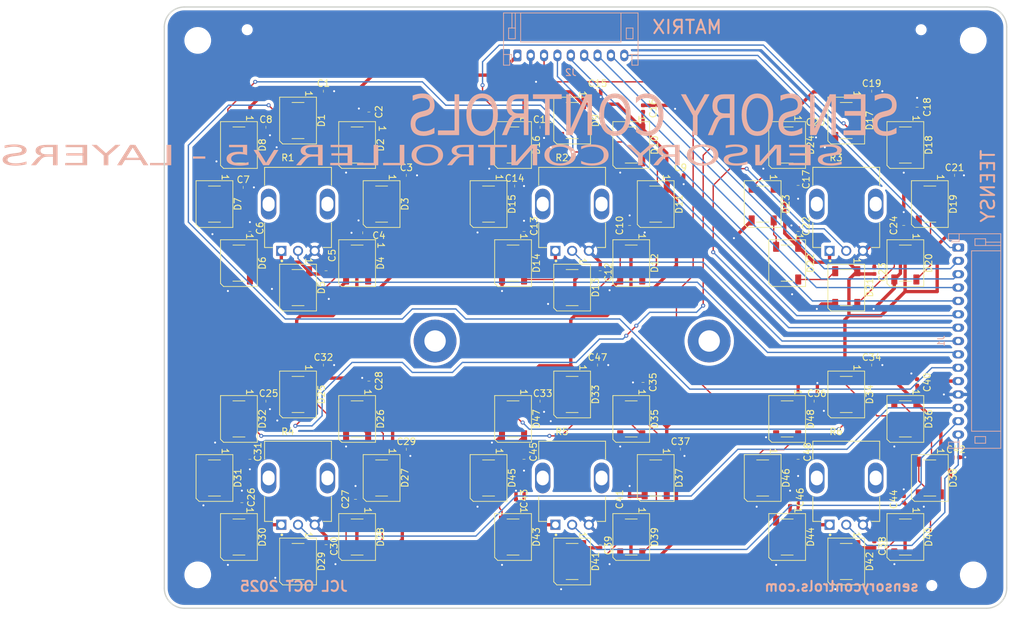
<source format=kicad_pcb>
(kicad_pcb (version 20241229) (generator "pcbnew") (generator_version "9.0")
  (layers (0 "F.Cu" signal) (2 "B.Cu" signal) (13 "F.Paste" user) (15 "B.Paste" user) (5 "F.SilkS" user "F.Silkscreen") (7 "B.SilkS" user "B.Silkscreen") (1 "F.Mask" user) (3 "B.Mask" user) (25 "Edge.Cuts" user))
  (net 0 "")
  (net 1 "+5V")
  (net 2 "GND")
  (net 3 "Net-(D1-DOUT)")
  (net 4 "/LED_IN")
  (net 5 "Net-(D2-DOUT)")
  (net 6 "Net-(D3-DOUT)")
  (net 7 "Net-(D4-DOUT)")
  (net 8 "Net-(D5-DOUT)")
  (net 9 "Net-(D6-DOUT)")
  (net 10 "Net-(D7-DOUT)")
  (net 11 "Net-(D8-DOUT)")
  (net 12 "Net-(D10-DIN)")
  (net 13 "Net-(D10-DOUT)")
  (net 14 "Net-(D11-DOUT)")
  (net 15 "Net-(D12-DOUT)")
  (net 16 "Net-(D13-DOUT)")
  (net 17 "Net-(D14-DOUT)")
  (net 18 "Net-(D15-DOUT)")
  (net 19 "Net-(D16-DOUT)")
  (net 20 "Net-(D17-DOUT)")
  (net 21 "Net-(D18-DOUT)")
  (net 22 "Net-(D19-DOUT)")
  (net 23 "Net-(D20-DOUT)")
  (net 24 "Net-(D21-DOUT)")
  (net 25 "Net-(D22-DOUT)")
  (net 26 "Net-(D23-DOUT)")
  (net 27 "Net-(D24-DOUT)")
  (net 28 "Net-(D25-DOUT)")
  (net 29 "Net-(D26-DOUT)")
  (net 30 "Net-(D27-DOUT)")
  (net 31 "Net-(D28-DOUT)")
  (net 32 "Net-(D29-DOUT)")
  (net 33 "Net-(D30-DOUT)")
  (net 34 "Net-(D31-DOUT)")
  (net 35 "Net-(D32-DOUT)")
  (net 36 "Net-(D33-DOUT)")
  (net 37 "Net-(D34-DIN)")
  (net 38 "Net-(D34-DOUT)")
  (net 39 "Net-(D35-DOUT)")
  (net 40 "Net-(D36-DOUT)")
  (net 41 "Net-(D37-DOUT)")
  (net 42 "Net-(D38-DOUT)")
  (net 43 "Net-(D39-DOUT)")
  (net 44 "Net-(D40-DOUT)")
  (net 45 "Net-(D41-DOUT)")
  (net 46 "Net-(D42-DOUT)")
  (net 47 "Net-(D43-DOUT)")
  (net 48 "Net-(D44-DOUT)")
  (net 49 "Net-(D45-DOUT)")
  (net 50 "Net-(D46-DOUT)")
  (net 51 "/LED_OUT")
  (net 52 "/Layer3_pot")
  (net 53 "/Layer1_pot")
  (net 54 "/Layer6_pot")
  (net 55 "/Layer4_pot")
  (net 56 "/Layer2_pot")
  (net 57 "/Layer5_pot")
  (net 58 "/S_1")
  (net 59 "/S_2")
  (net 60 "/E_2")
  (net 61 "/E_button")
  (net 62 "/E_1")
  (net 63 "/S_button")
  (footprint "Capacitor_SMD:C_0402_1005Metric" (layer "F.Cu") (at 50.2 -107.6 90)
    (property "Reference" "C6")
    (property "Value" "100n")
  )
  (footprint "LED_SMD:LED_WS2812B_PLCC4_5.0x5.0mm_P3.2mm" (layer "F.Cu") (at 148.238835 -79.538836 -90)
    (property "Reference" "D36")
    (property "Value" "WS2812B")
  )
  (footprint "Capacitor_SMD:C_0402_1005Metric" (layer "F.Cu") (at 90 -67 90)
    (property "Reference" "C43")
    (property "Value" "100n")
  )
  (footprint "LED_SMD:LED_WS2812B_PLCC4_5.0x5.0mm_P3.2mm" (layer "F.Cu") (at 48.561165 -120.538836 -90)
    (property "Reference" "D8")
    (property "Value" "WS2812B")
  )
  (footprint "LED_SMD:LED_WS2812B_PLCC4_5.0x5.0mm_P3.2mm" (layer "F.Cu") (at 98.4 -99.200001 -90)
    (property "Reference" "D13")
    (property "Value" "WS2812B")
  )
  (footprint "MountingHole:MountingHole_3.5mm" (layer "F.Cu") (at 158.4 -56.200001)
    (property "Reference" "H5" (hide yes))
    (property "Value" "MountingHole")
  )
  (footprint "Capacitor_SMD:C_0402_1005Metric" (layer "F.Cu") (at 68 -85.2 90)
    (property "Reference" "C28")
    (property "Value" "100n")
  )
  (footprint "LED_SMD:LED_WS2812B_PLCC4_5.0x5.0mm_P3.2mm" (layer "F.Cu") (at 107.238835 -120.538836 -90)
    (property "Reference" "D10")
    (property "Value" "WS2812B")
  )
  (footprint "Capacitor_SMD:C_0402_1005Metric" (layer "F.Cu") (at 49 -67 90)
    (property "Reference" "C26")
    (property "Value" "100n")
  )
  (footprint "Capacitor_SMD:C_0402_1005Metric" (layer "F.Cu") (at 131 -67 90)
    (property "Reference" "C46")
    (property "Value" "100n")
  )
  (footprint "LED_SMD:LED_WS2812B_PLCC4_5.0x5.0mm_P3.2mm" (layer "F.Cu") (at 57.4 -58.200001 -90)
    (property "Reference" "D29")
    (property "Value" "WS2812B")
  )
  (footprint "Capacitor_SMD:C_0402_1005Metric" (layer "F.Cu") (at 50.2 -73.5 -90)
    (property "Reference" "C31")
    (property "Value" "100n")
  )
  (footprint "LED_SMD:LED_WS2812B_PLCC4_5.0x5.0mm_P3.2mm" (layer "F.Cu") (at 148.238835 -120.538836 -90)
    (property "Reference" "D18")
    (property "Value" "WS2812B")
  )
  (footprint "Capacitor_SMD:C_0402_1005Metric" (layer "F.Cu") (at 91.2 -107.6 90)
    (property "Reference" "C13")
    (property "Value" "100n")
  )
  (footprint "Capacitor_SMD:C_0402_1005Metric" (layer "F.Cu") (at 132.2 -73.5 -90)
    (property "Reference" "C48")
    (property "Value" "100n")
  )
  (footprint "LED_SMD:LED_WS2812B_PLCC4_5.0x5.0mm_P3.2mm" (layer "F.Cu") (at 98.4 -124.200001 -90)
    (property "Reference" "D9")
    (property "Value" "WS2812B")
  )
  (footprint "Capacitor_SMD:C_0402_1005Metric" (layer "F.Cu") (at 114.6 -75)
    (property "Reference" "C37")
    (property "Value" "100n")
  )
  (footprint "Capacitor_SMD:C_0402_1005Metric" (layer "F.Cu") (at 73.6 -75)
    (property "Reference" "C29")
    (property "Value" "100n")
  )
  (footprint "Capacitor_SMD:C_0402_1005Metric" (layer "F.Cu") (at 49.2 -114.2)
    (property "Reference" "C7")
    (property "Value" "100n")
  )
  (footprint "Capacitor_SMD:C_0402_1005Metric" (layer "F.Cu") (at 68 -125.48 90)
    (property "Reference" "C2")
    (property "Value" "100n")
  )
  (footprint "LED_SMD:LED_WS2812B_PLCC4_5.0x5.0mm_P3.2mm" (layer "F.Cu") (at 48.561165 -102.861166 -90)
    (property "Reference" "D6")
    (property "Value" "WS2812B")
  )
  (footprint "Capacitor_SMD:C_0402_1005Metric" (layer "F.Cu") (at 67.08 -107.4 180)
    (property "Reference" "C4")
    (property "Value" "100n")
  )
  (footprint "LED_SMD:LED_WS2812B_PLCC4_5.0x5.0mm_P3.2mm" (layer "F.Cu") (at 85.9 -111.700001 -90)
    (property "Reference" "D15")
    (property "Value" "WS2812B")
  )
  (footprint "Capacitor_SMD:C_0402_1005Metric" (layer "F.Cu") (at 132.2 -114.5 -90)
    (property "Reference" "C17")
    (property "Value" "100n")
  )
  (footprint "Capacitor_SMD:C_0402_1005Metric" (layer "F.Cu") (at 61.2 -128.6)
    (property "Reference" "C1")
    (property "Value" "100n")
  )
  (footprint "LED_SMD:LED_WS2812B_PLCC4_5.0x5.0mm_P3.2mm" (layer "F.Cu") (at 130.561165 -79.538836 -90)
    (property "Reference" "D48")
    (property "Value" "WS2812B")
  )
  (footprint "LED_SMD:LED_WS2812B_PLCC4_5.0x5.0mm_P3.2mm" (layer "F.Cu") (at 57.4 -124.200001 -90)
    (property "Reference" "D1")
    (property "Value" "WS2812B")
  )
  (footprint "MountingHole:ToolingHole_1.152mm" (layer "F.Cu") (at 49.8 -137.800001)
    (property "Reference" "H9" (hide yes))
    (property "Value" "MountingHole")
  )
  (footprint "Potentiometer_THT:TRIM_PT01-D130D-B103" (layer "F.Cu") (at 139.4 -70.700001)
    (property "Reference" "R6")
    (property "Value" "PT01-D130D-B103")
  )
  (footprint "LED_SMD:LED_WS2812B_PLCC4_5.0x5.0mm_P3.2mm" (layer "F.Cu") (at 139.4 -58.200001 -90)
    (property "Reference" "D42")
    (property "Value" "WS2812B")
  )
  (footprint "Capacitor_SMD:C_0402_1005Metric" (layer "F.Cu") (at 89.8 -114.4)
    (property "Reference" "C14")
    (property "Value" "100n")
  )
  (footprint "LED_SMD:LED_WS2812B_PLCC4_5.0x5.0mm_P3.2mm" (layer "F.Cu") (at 139.4 -99.200001 -90)
    (property "Reference" "D21")
    (property "Value" "WS2812B")
  )
  (footprint "LED_SMD:LED_WS2812B_PLCC4_5.0x5.0mm_P3.2mm" (layer "F.Cu") (at 66.238835 -120.538836 -90)
    (property "Reference" "D2")
    (property "Value" "WS2812B")
  )
  (footprint "MountingHole:MountingHole_3.5mm" (layer "F.Cu") (at 42.4 -56.200001)
    (property "Reference" "H2" (hide yes))
    (property "Value" "MountingHole")
  )
  (footprint "LED_SMD:LED_WS2812B_PLCC4_5.0x5.0mm_P3.2mm" (layer "F.Cu") (at 139.4 -83.200001 -90)
    (property "Reference" "D34")
    (property "Value" "WS2812B")
  )
  (footprint "MountingHole:MountingHole_3.2mm_M3_Pad" (layer "F.Cu") (at 77.9 -91.200001)
    (property "Reference" "H6" (hide yes))
    (property "Value" "MountingHole")
  )
  (footprint "Capacitor_SMD:C_0402_1005Metric" (layer "F.Cu") (at 132.2 -107.6 90)
    (property "Reference" "C22")
    (property "Value" "100n")
  )
  (footprint "MountingHole:ToolingHole_1.152mm" (layer "F.Cu") (at 152.2 -54.600001)
    (property "Reference" "H7" (hide yes))
    (property "Value" "MountingHole")
  )
  (footprint "LED_SMD:LED_WS2812B_PLCC4_5.0x5.0mm_P3.2mm" (layer "F.Cu") (at 44.9 -70.700001 -90)
    (property "Reference" "D31")
    (property "Value" "WS2812B")
  )
  (footprint "Capacitor_SMD:C_0402_1005Metric" (layer "F.Cu") (at 91.2 -73.5 -90)
    (property "Reference" "C45")
    (property "Value" "100n")
  )
  (footprint "LED_SMD:LED_WS2812B_PLCC4_5.0x5.0mm_P3.2mm" (layer "F.Cu") (at 110.9 -111.700001 -90)
    (property "Reference" "D11")
    (property "Value" "WS2812B")
  )
  (footprint "LED_SMD:LED_WS2812B_PLCC4_5.0x5.0mm_P3.2mm" (layer "F.Cu") (at 107.238835 -102.861166 -90)
    (property "Reference" "D12")
    (property "Value" "WS2812B")
  )
  (footprint "LED_SMD:LED_WS2812B_PLCC4_5.0x5.0mm_P3.2mm" (layer "F.Cu") (at 107.238835 -61.861166 -90)
    (property "Reference" "D39")
    (property "Value" "WS2812B")
  )
  (footprint "Capacitor_SMD:C_0402_1005Metric" (layer "F.Cu") (at 107 -67.5 90)
    (property "Reference" "C41")
    (property "Value" "100n")
  )
  (footprint "Capacitor_SMD:C_0402_1005Metric" (layer "F.Cu") (at 107 -108.5 90)
    (property "Reference" "C10")
    (property "Value" "100n")
  )
  (footprint "Capacitor_SMD:C_0402_1005Metric" (layer "F.Cu") (at 66 -67.5 90)
    (property "Reference" "C27")
    (property "Value" "100n")
  )
  (footprint "Capacitor_SMD:C_0402_1005Metric" (layer "F.Cu") (at 148 -67.5 90)
    (property "Reference" "C44")
    (property "Value" "100n")
  )
  (footprint "LED_SMD:LED_WS2812B_PLCC4_5.0x5.0mm_P3.2mm" (layer "F.Cu") (at 110.9 -70.700001 -90)
    (property "Reference" "D37")
    (property "Value" "WS2812B")
  )
  (footprint "Potentiometer_THT:TRIM_PT01-D130D-B103" (layer "F.Cu") (at 57.4 -111.700001)
    (property "Reference" "R1")
    (property "Value" "PT01-D130D-B103")
  )
  (footprint "Potentiometer_THT:TRIM_PT01-D130D-B103" (layer "F.Cu") (at 57.4 -70.700001)
    (property "Reference" "R4")
    (property "Value" "PT01-D130D-B103")
  )
  (footprint "LED_SMD:LED_WS2812B_PLCC4_5.0x5.0mm_P3.2mm" (layer "F.Cu") (at 48.561165 -79.538836 -90)
    (property "Reference" "D32")
    (property "Value" "WS2812B")
  )
  (footprint "LED_SMD:LED_WS2812B_PLCC4_5.0x5.0mm_P3.2mm" (layer "F.Cu") (at 107.238835 -79.538836 -90)
    (property "Reference" "D35")
    (property "Value" "WS2812B")
  )
  (footprint "LED_SMD:LED_WS2812B_PLCC4_5.0x5.0mm_P3.2mm" (layer "F.Cu") (at 89.561165 -61.861166 -90)
    (property "Reference" "D43")
    (property "Value" "WS2812B")
  )
  (footprint "LED_SMD:LED_WS2812B_PLCC4_5.0x5.0mm_P3.2mm" (layer "F.Cu") (at 57.4 -83.200001 -90)
    (property "Reference" "D25")
    (property "Value" "WS2812B")
  )
  (footprint "MountingHole:MountingHole_3.5mm" (layer "F.Cu") (at 42.4 -136.200001)
    (property "Reference" "H1" (hide yes))
    (property "Value" "MountingHole")
  )
  (footprint "Capacitor_SMD:C_0402_1005Metric" (layer "F.Cu") (at 61.2 -87.6)
    (property "Reference" "C32")
    (property "Value" "100n")
  )
  (footprint "LED_SMD:LED_WS2812B_PLCC4_5.0x5.0mm_P3.2mm" (layer "F.Cu") (at 151.9 -111.700001 -90)
    (property "Reference" "D19")
    (property "Value" "WS2812B")
  )
  (footprint "Capacitor_SMD:C_0402_1005Metric" (layer "F.Cu") (at 102.2 -128.6)
    (property "Reference" "C15")
    (property "Value" "100n")
  )
  (footprint "Capacitor_SMD:C_0402_1005Metric" (layer "F.Cu") (at 102.2 -87.6)
    (property "Reference" "C47")
    (property "Value" "100n")
  )
  (footprint "Capacitor_SMD:C_0402_1005Metric" (layer "F.Cu") (at 143.2 -128.6)
    (property "Reference" "C19")
    (property "Value" "100n")
  )
  (footprint "LED_SMD:LED_WS2812B_PLCC4_5.0x5.0mm_P3.2mm" (layer "F.Cu") (at 44.9 -111.700001 -90)
    (property "Reference" "D7")
    (property "Value" "WS2812B")
  )
  (footprint "LED_SMD:LED_WS2812B_PLCC4_5.0x5.0mm_P3.2mm" (layer "F.Cu") (at 66.238835 -61.861166 -90)
    (property "Reference" "D28")
    (property "Value" "WS2812B")
  )
  (footprint "Capacitor_SMD:C_0402_1005Metric" (layer "F.Cu") (at 134.4 -122.8)
    (property "Reference" "C20")
    (property "Value" "100n")
  )
  (footprint "Potentiometer_THT:TRIM_PT01-D130D-B103" (layer "F.Cu") (at 98.4 -70.700001)
    (property "Reference" "R5")
    (property "Value" "PT01-D130D-B103")
  )
  (footprint "LED_SMD:LED_WS2812B_PLCC4_5.0x5.0mm_P3.2mm" (layer "F.Cu") (at 48.561165 -61.861166 -90)
    (property "Reference" "D30")
    (property "Value" "WS2812B")
  )
  (footprint "Capacitor_SMD:C_0402_1005Metric" (layer "F.Cu") (at 143.2 -87.6)
    (property "Reference" "C34")
    (property "Value" "100n")
  )
  (footprint "Capacitor_SMD:C_0402_1005Metric" (layer "F.Cu") (at 93.6 -123.2)
    (property "Reference" "C11")
    (property "Value" "100n")
  )
  (footprint "Capacitor_SMD:C_0402_1005Metric" (layer "F.Cu") (at 52.6 -82.2)
    (property "Reference" "C25")
    (property "Value" "100n")
  )
  (footprint "Potentiometer_THT:TRIM_PT01-D130D-B103" (layer "F.Cu") (at 98.4 -111.700001)
    (property "Reference" "R2")
    (property "Value" "PT01-D130D-B103")
  )
  (footprint "LED_SMD:LED_WS2812B_PLCC4_5.0x5.0mm_P3.2mm" (layer "F.Cu") (at 69.9 -111.700001 -90)
    (property "Reference" "D3")
    (property "Value" "WS2812B")
  )
  (footprint "Capacitor_SMD:C_0402_1005Metric" (layer "F.Cu") (at 61.6 -60.72 90)
    (property "Reference" "C30")
    (property "Value" "100n")
  )
  (footprint "Potentiometer_THT:TRIM_PT01-D130D-B103" (layer "F.Cu") (at 139.4 -111.700001)
    (property "Reference" "R3")
    (property "Value" "PT01-D130D-B103")
  )
  (footprint "Capacitor_SMD:C_0402_1005Metric" (layer "F.Cu") (at 148 -108.5 90)
    (property "Reference" "C24")
    (property "Value" "100n")
  )
  (footprint "Capacitor_SMD:C_0402_1005Metric" (layer "F.Cu") (at 102.6 -101.72 90)
    (property "Reference" "C12")
    (property "Value" "100n")
  )
  (footprint "Capacitor_SMD:C_0402_1005Metric" (layer "F.Cu") (at 143.6 -101.72 90)
    (property "Reference" "C23")
    (property "Value" "100n")
  )
  (footprint "Capacitor_SMD:C_0402_1005Metric" (layer "F.Cu") (at 150 -126.2 90)
    (property "Reference" "C18")
    (property "Value" "100n")
  )
  (footprint "LED_SMD:LED_WS2812B_PLCC4_5.0x5.0mm_P3.2mm" (layer "F.Cu") (at 69.9 -70.700001 -90)
    (property "Reference" "D27")
    (property "Value" "WS2812B")
  )
  (footprint "LED_SMD:LED_WS2812B_PLCC4_5.0x5.0mm_P3.2mm" (layer "F.Cu") (at 130.561165 -120.538836 -90)
    (property "Reference" "D24")
    (property "Value" "WS2812B")
  )
  (footprint "LED_SMD:LED_WS2812B_PLCC4_5.0x5.0mm_P3.2mm" (layer "F.Cu") (at 126.9 -111.700001 -90)
    (property "Reference" "D23")
    (property "Value" "WS2812B")
  )
  (footprint "LED_SMD:LED_WS2812B_PLCC4_5.0x5.0mm_P3.2mm" (layer "F.Cu") (at 66.238835 -79.538836 -90)
    (property "Reference" "D26")
    (property "Value" "WS2812B")
  )
  (footprint "MountingHole:MountingHole_3.2mm_M3_Pad" (layer "F.Cu") (at 118.9 -91.200001)
    (property "Reference" "H4" (hide yes))
    (property "Value" "MountingHole")
  )
  (footprint "LED_SMD:LED_WS2812B_PLCC4_5.0x5.0mm_P3.2mm" (layer "F.Cu") (at 139.4 -124.200001 -90)
    (property "Reference" "D17")
    (property "Value" "WS2812B")
  )
  (footprint "Capacitor_SMD:C_0402_1005Metric" (layer "F.Cu") (at 93.6 -82.2)
    (property "Reference" "C33")
    (property "Value" "100n")
  )
  (footprint "Capacitor_SMD:C_0402_1005Metric" (layer "F.Cu") (at 134.6 -82.2)
    (property "Reference" "C36")
    (property "Value" "100n")
  )
  (footprint "LED_SMD:LED_WS2812B_PLCC4_5.0x5.0mm_P3.2mm" (layer "F.Cu") (at 85.9 -70.700001 -90)
    (property "Reference" "D45")
    (property "Value" "WS2812B")
  )
  (footprint "LED_SMD:LED_WS2812B_PLCC4_5.0x5.0mm_P3.2mm" (layer "F.Cu") (at 126.9 -70.700001 -90)
    (property "Reference" "D46")
    (property "Value" "WS2812B")
  )
  (footprint "Capacitor_SMD:C_0402_1005Metric" (layer "F.Cu") (at 143.6 -60.72 90)
    (property "Reference" "C38")
    (property "Value" "100n")
  )
  (footprint "Capacitor_SMD:C_0402_1005Metric" (layer "F.Cu") (at 52.6 -123.2)
    (property "Reference" "C8")
    (property "Value" "100n")
  )
  (footprint "LED_SMD:LED_WS2812B_PLCC4_5.0x5.0mm_P3.2mm" (layer "F.Cu") (at 89.561165 -102.861166 -90)
    (property "Reference" "D14")
    (property "Value" "WS2812B")
  )
  (footprint "Capacitor_SMD:C_0402_1005Metric" (layer "F.Cu") (at 102.6 -60.72 90)
    (property "Reference" "C39")
    (property "Value" "100n")
  )
  (footprint "LED_SMD:LED_WS2812B_PLCC4_5.0x5.0mm_P3.2mm" (layer "F.Cu") (at 66.238835 -102.861166 -90)
    (property "Reference" "D4")
    (property "Value" "WS2812B")
  )
  (footprint "LED_SMD:LED_WS2812B_PLCC4_5.0x5.0mm_P3.2mm" (layer "F.Cu") (at 57.4 -99.200001 -90)
    (property "Reference" "D5")
    (property "Value" "WS2812B")
  )
  (footprint "LED_SMD:LED_WS2812B_PLCC4_5.0x5.0mm_P3.2mm" (layer "F.Cu") (at 98.4 -83.200001 -90)
    (property "Reference" "D33")
    (property "Value" "WS2812B")
  )
  (footprint "LED_SMD:LED_WS2812B_PLCC4_5.0x5.0mm_P3.2mm" (layer "F.Cu") (at 130.561165 -61.861166 -90)
    (property "Reference" "D44")
    (property "Value" "WS2812B")
  )
  (footprint "Capacitor_SMD:C_0402_1005Metric" (layer "F.Cu") (at 73.6 -116)
    (property "Reference" "C3")
    (property "Value" "100n")
  )
  (footprint "LED_SMD:LED_WS2812B_PLCC4_5.0x5.0mm_P3.2mm" (layer "F.Cu") (at 148.238835 -61.861166 -90)
    (property "Reference" "D40")
    (property "Value" "WS2812B")
  )
  (footprint "LED_SMD:LED_WS2812B_PLCC4_5.0x5.0mm_P3.2mm" (layer "F.Cu") (at 89.561165 -79.538836 -90)
    (property "Reference" "D47")
    (property "Value" "WS2812B")
  )
  (footprint "LED_SMD:LED_WS2812B_PLCC4_5.0x5.0mm_P3.2mm" (layer "F.Cu") (at 148.238835 -102.861166 -90)
    (property "Reference" "D20")
    (property "Value" "WS2812B")
  )
  (footprint "LED_SMD:LED_WS2812B_PLCC4_5.0x5.0mm_P3.2mm" (layer "F.Cu") (at 89.561165 -120.538836 -90)
    (property "Reference" "D16")
    (property "Value" "WS2812B")
  )
  (footprint "Capacitor_SMD:C_0402_1005Metric" (layer "F.Cu") (at 155.6 -116)
    (property "Reference" "C21")
    (property "Value" "100n")
  )
  (footprint "Capacitor_SMD:C_0402_1005Metric" (layer "F.Cu") (at 150 -85 90)
    (property "Reference" "C40")
    (property "Value" "100n")
  )
  (footprint "Capacitor_SMD:C_0402_1005Metric" (layer "F.Cu") (at 109 -126 90)
    (property "Reference" "C16")
    (property "Value" "100n")
  )
  (footprint "MountingHole:ToolingHole_1.152mm" (layer "F.Cu") (at 150.6 -137.800001)
    (property "Reference" "H8" (hide yes))
    (property "Value" "MountingHole")
  )
  (footprint "Capacitor_SMD:C_0402_1005Metric" (layer "F.Cu") (at 109 -85 90)
    (property "Reference" "C35")
    (property "Value" "100n")
  )
  (footprint "Capacitor_SMD:C_0402_1005Metric" (layer "F.Cu") (at 61.6 -101.72 90)
    (property "Reference" "C5")
    (property "Value" "100n")
  )
  (footprint "Capacitor_SMD:C_0402_1005Metric" (layer "F.Cu") (at 155.8 -73.8)
    (property "Reference" "C42")
    (property "Value" "100n")
  )
  (footprint "LED_SMD:LED_WS2812B_PLCC4_5.0x5.0mm_P3.2mm" (layer "F.Cu") (at 130.561165 -102.861166 -90)
    (property "Reference" "D22")
    (property "Value" "WS2812B")
  )
  (footprint "MountingHole:MountingHole_3.5mm" (layer "F.Cu") (at 158.4 -136.200001)
    (property "Reference" "H3" (hide yes))
    (property "Value" "MountingHole")
  )
  (footprint "LED_SMD:LED_WS2812B_PLCC4_5.0x5.0mm_P3.2mm" (layer "F.Cu") (at 98.4 -58.200001 -90)
    (property "Reference" "D41")
    (property "Value" "WS2812B")
  )
  (footprint "LED_SMD:LED_WS2812B_PLCC4_5.0x5.0mm_P3.2mm" (layer "F.Cu") (at 151.9 -70.700001 -90)
    (property "Reference" "D38")
    (property "Value" "WS2812B")
  )
  (footprint "Capacitor_SMD:C_0402_1005Metric" (layer "F.Cu") (at 114.6 -116)
    (property "Reference" "C9")
    (property "Value" "100n")
  )
  (footprint "Connector_JST:JST_PH_S9B-PH-K_1x09_P2.00mm_Horizontal" (layer "B.Cu") (at 90.2 -133.95)
    (property "Reference" "J2")
    (property "Value" "Conn_01x09_Pin")
  )
  (footprint "Connector_JST:JST_PH_S15B-PH-K_1x15_P2.00mm_Horizontal" (layer "B.Cu") (at 156.15 -105.2 -90)
    (property "Reference" "J1")
    (property "Value" "Conn_01x15_Pin")
  )
  (gr_line (start 40.4 -51.200002) (end 160.399999 -51.200002) (stroke (width 0.2)) (layer "Edge.Cuts"))
  (gr_line (start 37.399999 -138.200001) (end 37.399999 -54.200003) (stroke (width 0.2)) (layer "Edge.Cuts"))
  (gr_arc (start 163.399999 -54.200002) (mid 162.521319 -52.078682) (end 160.399999 -51.200002) (stroke (width 0.2)) (layer "Edge.Cuts"))
  (gr_arc (start 40.4 -51.200002) (mid 38.278679 -52.078682) (end 37.399999 -54.200003) (stroke (width 0.2)) (layer "Edge.Cuts"))
  (gr_line (start 40.400001 -141.200002) (end 160.399999 -141.200002) (stroke (width 0.2)) (layer "Edge.Cuts"))
  (gr_arc (start 160.399999 -141.200002) (mid 162.521319 -140.321322) (end 163.399999 -138.200002) (stroke (width 0.2)) (layer "Edge.Cuts"))
  (gr_arc (start 37.399999 -138.200001) (mid 38.278679 -140.321322) (end 40.400001 -141.200002) (stroke (width 0.2)) (layer "Edge.Cuts"))
  (gr_line (start 163.399999 -138.200002) (end 163.399999 -54.200002) (stroke (width 0.2)) (layer "Edge.Cuts"))
  (gr_text "sensorycontrols.com" (at 150.4 -53.6 0) (layer "B.SilkS") (effects (font (size 1.5 1.5) (thickness 0.3) (bold yes)) (justify left bottom mirror)))
  (gr_text "SENSORY CONTROLLER v5 - LAYERS" (at 139.2 -117 0) (layer "B.SilkS") (effects (font (size 3 5) (thickness 0.1)) (justify left bottom mirror)))
  (gr_text "MATRIX" (at 115.6 -138.2 0) (layer "B.SilkS") (effects (font (size 2 2) (thickness 0.3)) (justify mirror)))
  (gr_text "SENSORY CONTROLS" (at 147.4 -121 0) (layer "B.SilkS") (effects (font (size 6 5) (thickness 0.1)) (justify left bottom mirror)))
  (gr_text "JCL OCT 2025" (at 65 -53.6 0) (layer "B.SilkS") (effects (font (size 1.5 1.5) (thickness 0.3) (bold yes)) (justify left bottom mirror)))
  (gr_text "TEENSY" (at 160.6 -114.4 90) (layer "B.SilkS") (effects (font (size 2 2) (thickness 0.3)) (justify mirror)))
  (segment (start 73 -102.5) (end 73 -112.700001) (width 0.5) (layer "F.Cu") (net 1))
  (segment (start 96 -103) (end 93.522331 -103) (width 0.5) (layer "F.Cu") (net 1))
  (segment (start 109 -82.100001) (end 108.888835 -81.988836) (width 0.5) (layer "F.Cu") (net 1))
  (segment (start 64.377671 -85.5) (end 64.22767 -85.650001) (width 0.5) (layer "F.Cu") (net 1))
  (segment (start 50.211165 -85.211165) (end 50.211165 -81.988836) (width 0.5) (layer "F.Cu") (net 1))
  (segment (start 50.82233 -104.700001) (end 50.211165 -105.311166) (width 0.5) (layer "F.Cu") (net 1))
  (segment (start 59.05 -126.650001) (end 59.05 -127.85) (width 0.5) (layer "F.Cu") (net 1))
  (segment (start 90 -66.52) (end 90 -65.522331) (width 0.5) (layer "F.Cu") (net 1))
  (segment (start 73 -112.700001) (end 71.55 -114.150001) (width 0.5) (layer "F.Cu") (net 1))
  (segment (start 148.1 -57.5) (end 144.6 -54) (width 0.5) (layer "F.Cu") (net 1))
  (segment (start 98.200001 -87.5) (end 93.5 -87.5) (width 0.5) (layer "F.Cu") (net 1))
  (segment (start 146.377671 -126.5) (end 146.22767 -126.650001) (width 0.5) (layer "F.Cu") (net 1))
  (segment (start 100.05 -126.650001) (end 100.05 -127.85) (width 0.5) (layer "F.Cu") (net 1))
  (segment (start 148.1 -98.5) (end 144.6 -95) (width 0.5) (layer "F.Cu") (net 1))
  (segment (start 59.8 -128.6) (end 60.72 -128.6) (width 0.5) (layer "F.Cu") (net 1))
  (segment (start 149.888835 -106.131165) (end 148 -108.02) (width 0.5) (layer "F.Cu") (net 1))
  (segment (start 100.05 -85.650001) (end 105.22767 -85.650001) (width 0.5) (layer "F.Cu") (net 1))
  (segment (start 100.05 -85.650001) (end 98.200001 -87.5) (width 0.5) (layer "F.Cu") (net 1))
  (segment (start 100.05 -126.650001) (end 105.22767 -126.650001) (width 0.5) (layer "F.Cu") (net 1))
  (segment (start 149.888835 -122.988836) (end 153.55 -119.327671) (width 0.5) (layer "F.Cu") (net 1))
  (segment (start 93.5 -87.5) (end 91.211165 -85.211165) (width 0.5) (layer "F.Cu") (net 1))
  (segment (start 141.05 -60.650001) (end 141.460001 -60.24) (width 0.5) (layer "F.Cu") (net 1))
  (segment (start 105.377671 -85.5) (end 105.22767 -85.650001) (width 0.5) (layer "F.Cu") (net 1))
  (segment (start 100.05 -127.85) (end 100.8 -128.6) (width 0.5) (layer "F.Cu") (net 1))
  (segment (start 148.2 -103.622331) (end 148.2 -98.6) (width 0.5) (layer "F.Cu") (net 1))
  (segment (start 141.460001 -101.24) (end 143.6 -101.24) (width 0.5) (layer "F.Cu") (net 1))
  (segment (start 46.599999 -114.2) (end 46.55 -114.150001) (width 0.5) (layer "F.Cu") (net 1))
  (segment (start 108.888835 -122.988836) (end 112.55 -119.327671) (width 0.5) (layer "F.Cu") (net 1))
  (segment (start 52.522331 -62) (end 50.211165 -64.311166) (width 0.5) (layer "F.Cu") (net 1))
  (segment (start 50.211165 -105.311166) (end 48.8 -106.722331) (width 0.5) (layer "F.Cu") (net 1))
  (segment (start 150 -123.100001) (end 149.888835 -122.988836) (width 0.5) (layer "F.Cu") (net 1))
  (segment (start 107.1 -98.5) (end 103.6 -95) (width 0.5) (layer "F.Cu") (net 1))
  (segment (start 100.05 -101.650001) (end 98.700001 -103) (width 0.5) (layer "F.Cu") (net 1))
  (segment (start 112.55 -78.327671) (end 112.55 -73.150001) (width 0.5) (layer "F.Cu") (net 1))
  (segment (start 141.8 -87.6) (end 142.72 -87.6) (width 0.5) (layer "F.Cu") (net 1))
  (segment (start 69.1 -98.6) (end 73 -102.5) (width 0.5) (layer "F.Cu") (net 1))
  (segment (start 139.200001 -87.5) (end 139.200001 -94.400001) (width 0.5) (layer "F.Cu") (net 1))
  (segment (start 91.211165 -105.311166) (end 89.8 -106.722331) (width 0.5) (layer "F.Cu") (net 1))
  (segment (start 100.05 -86.85) (end 100.8 -87.6) (width 0.5) (layer "F.Cu") (net 1))
  (segment (start 98.8 -95) (end 98.8 -100.400001) (width 0.5) (layer "F.Cu") (net 1))
  (segment (start 139.8 -59.400001) (end 141.05 -60.650001) (width 0.5) (layer "F.Cu") (net 1))
  (segment (start 148.2 -57.6) (end 151.1 -57.6) (width 0.5) (layer "F.Cu") (net 1))
  (segment (start 73 -116) (end 73.12 -116) (width 0.5) (layer "F.Cu") (net 1))
  (segment (start 73 -71.700001) (end 71.55 -73.150001) (width 0.5) (layer "F.Cu") (net 1))
  (segment (start 68 -125) (end 68 -123.100001) (width 0.5) (layer "F.Cu") (net 1))
  (segment (start 91.211165 -64.311166) (end 91.211165 -69.488836) (width 0.5) (layer "F.Cu") (net 1))
  (segment (start 105.377671 -85.5) (end 108.888835 -81.988836) (width 0.5) (layer "F.Cu") (net 1))
  (segment (start 59.05 -127.85) (end 59.8 -128.6) (width 0.5) (layer "F.Cu") (net 1))
  (segment (start 131 -66.52) (end 131 -65.522331) (width 0.5) (layer "F.Cu") (net 1))
  (segment (start 48.8 -111.900001) (end 46.55 -114.150001) (width 0.5) (layer "F.Cu") (net 1))
  (segment (start 59.05 -126.650001) (end 57.200001 -128.5) (width 0.5) (layer "F.Cu") (net 1))
  (segment (start 153.55 -114.55) (end 155 -116) (width 0.5) (layer "F.Cu") (net 1))
  (segment (start 132.422329 -82.2) (end 134.12 -82.2) (width 0.5) (layer "F.Cu") (net 1))
  (segment (start 139.200001 -94.400001) (end 139.8 -95) (width 0.5) (layer "F.Cu") (net 1))
  (segment (start 139.8 -95) (end 139.8 -100.400001) (width 0.5) (layer "F.Cu") (net 1))
  (segment (start 149.888835 -81.988836) (end 153.55 -78.327671) (width 0.5) (layer "F.Cu") (net 1))
  (segment (start 139.700001 -62) (end 134.522331 -62) (width 0.5) (layer "F.Cu") (net 1))
  (segment (start 67.888835 -105.311166) (end 66.2 -103.622331) (width 0.5) (layer "F.Cu") (net 1))
  (segment (start 50.422329 -123.2) (end 52.12 -123.2) (width 0.5) (layer "F.Cu") (net 1))
  (segment (start 150 -84.52) (end 150 -82.100001) (width 0.5) (layer "F.Cu") (net 1))
  (segment (start 57.700001 -62) (end 52.522331 -62) (width 0.5) (layer "F.Cu") (net 1))
  (segment (start 59.05 -85.650001) (end 64.22767 -85.650001) (width 0.5) (layer "F.Cu") (net 1))
  (segment (start 59.05 -60.650001) (end 59.460001 -60.24) (width 0.5) (layer "F.Cu") (net 1))
  (segment (start 93.522331 -62) (end 91.211165 -64.311166) (width 0.5) (layer "F.Cu") (net 1))
  (segment (start 136.9 -63.700001) (end 132.82233 -63.700001) (width 0.5) (layer "F.Cu") (net 1))
  (segment (start 108.888835 -64.311166) (end 108.888835 -65.131165) (width 0.5) (layer "F.Cu") (net 1))
  (segment (start 146.377671 -85.5) (end 146.22767 -85.650001) (width 0.5) (layer "F.Cu") (net 1))
  (segment (start 48.72 -114.2) (end 46.599999 -114.2) (width 0.5) (layer "F.Cu") (net 1))
  (segment (start 98.200001 -87.5) (end 98.200001 -94.400001) (width 0.5) (layer "F.Cu") (net 1))
  (segment (start 57.700001 -103) (end 55 -103) (width 0.5) (layer "F.Cu") (net 1))
  (segment (start 59.05 -85.650001) (end 59.05 -86.85) (width 0.5) (layer "F.Cu") (net 1))
  (segment (start 130.2 -107.322331) (end 130.2 -112.500001) (width 0.5) (layer "F.Cu") (net 1))
  (segment (start 132.211165 -81.988836) (end 132.422329 -82.2) (width 0.5) (layer "F.Cu") (net 1))
  (segment (start 144.6 -54) (end 139.8 -54) (width 0.5) (layer "F.Cu") (net 1))
  (segment (start 150 -82.100001) (end 149.888835 -81.988836) (width 0.5) (layer "F.Cu") (net 1))
  (segment (start 66.2 -98.6) (end 69.1 -98.6) (width 0.5) (layer "F.Cu") (net 1))
  (segment (start 59.05 -60.650001) (end 57.700001 -62) (width 0.5) (layer "F.Cu") (net 1))
  (segment (start 110.1 -98.6) (end 114 -102.5) (width 0.5) (layer "F.Cu") (net 1))
  (segment (start 100.460001 -60.24) (end 102.6 -60.24) (width 0.5) (layer "F.Cu") (net 1))
  (segment (start 54.9 -103.1) (end 54.9 -104.700001) (width 0.5) (layer "F.Cu") (net 1))
  (segment (start 100.460001 -101.24) (end 102.6 -101.24) (width 0.5) (layer "F.Cu") (net 1))
  (segment (start 130.2 -112.500001) (end 128.55 -114.150001) (width 0.5) (layer "F.Cu") (net 1))
  (segment (start 155 -112.700001) (end 153.55 -114.150001) (width 0.5) (layer "F.Cu") (net 1))
  (segment (start 153.55 -119.327671) (end 153.55 -114.150001) (width 0.5) (layer "F.Cu") (net 1))
  (segment (start 132.2 -107.12) (end 132.2 -105.322331) (width 0.5) (layer "F.Cu") (net 1))
  (segment (start 149.888835 -105.311166) (end 148.2 -103.622331) (width 0.5) (layer "F.Cu") (net 1))
  (segment (start 148.2 -62.622331) (end 148.2 -57.6) (width 0.5) (layer "F.Cu") (net 1))
  (segment (start 57.200001 -87.5) (end 57.200001 -94.400001) (width 0.5) (layer "F.Cu") (net 1))
  (segment (start 71.55 -78.327671) (end 71.55 -73.150001) (width 0.5) (layer "F.Cu") (net 1))
  (segment (start 141.05 -85.650001) (end 139.200001 -87.5) (width 0.5) (layer "F.Cu") (net 1))
  (segment (start 141.05 -127.85) (end 141.8 -128.6) (width 0.5) (layer "F.Cu") (net 1))
  (segment (start 57.200001 -128.5) (end 52.5 -128.5) (width 0.5) (layer "F.Cu") (net 1))
  (segment (start 88.875 -132.625) (end 90.2 -133.95) (width 0.5) (layer "F.Cu") (net 1))
  (segment (start 91.82233 -63.700001) (end 91.211165 -64.311166) (width 0.5) (layer "F.Cu") (net 1))
  (segment (start 153.099999 -85.2) (end 149.888835 -81.988836) (width 0.5) (layer "F.Cu") (net 1))
  (segment (start 141.05 -85.650001) (end 146.22767 -85.650001) (width 0.5) (layer "F.Cu") (net 1))
  (segment (start 48.8 -106.722331) (end 48.8 -111.900001) (width 0.5) (layer "F.Cu") (net 1))
  (segment (start 59.05 -86.85) (end 59.8 -87.6) (width 0.5) (layer "F.Cu") (net 1))
  (segment (start 110.1 -57.6) (end 114 -61.5) (width 0.5) (layer "F.Cu") (net 1))
  (segment (start 155.32 -73.52) (end 155.32 -73.8) (width 0.5) (layer "F.Cu") (net 1))
  (segment (start 132.2 -73.98) (end 129.379999 -73.98) (width 0.5) (layer "F.Cu") (net 1))
  (segment (start 132.211165 -85.211165) (end 132.211165 -81.988836) (width 0.5) (layer "F.Cu") (net 1))
  (segment (start 134.522331 -62) (end 132.211165 -64.311166) (width 0.5) (layer "F.Cu") (net 1))
  (segment (start 49 -65.522331) (end 50.211165 -64.311166) (width 0.5) (layer "F.Cu") (net 1))
  (segment (start 73 -75) (end 73.12 -75) (width 0.5) (layer "F.Cu") (net 1))
  (segment (start 50.211165 -126.211165) (end 50.211165 -122.988836) (width 0.5) (layer "F.Cu") (net 1))
  (segment (start 87.799999 -114.4) (end 87.55 -114.150001) (width 0.5) (layer "F.Cu") (net 1))
  (segment (start 57.8 -54) (end 57.8 -59.400001) (width 0.5) (layer "F.Cu") (net 1))
  (segment (start 141.05 -126.650001) (end 146.22767 -126.650001) (width 0.5) (layer "F.Cu") (net 1))
  (segment (start 55 -103) (end 52.522331 -103) (width 0.5) (layer "F.Cu") (net 1))
  (segment (start 92 -128.5) (end 93.5 -128.5) (width 0.5) (layer "F.Cu") (net 1))
  (segment (start 112.55 -73.55) (end 114 -75) (width 0.5) (layer "F.Cu") (net 1))
  (segment (start 141.05 -126.650001) (end 139.200001 -128.5) (width 0.5) (layer "F.Cu") (net 1))
  (segment (start 71.55 -73.150001) (end 71.55 -73.55) (width 0.5) (layer "F.Cu") (net 1))
  (segment (start 129.379999 -73.98) (end 128.55 -73.150001) (width 0.5) (layer "F.Cu") (net 1))
  (segment (start 98.8 -59.400001) (end 100.05 -60.650001) (width 0.5) (layer "F.Cu") (net 1))
  (segment (start 67.888835 -64.311166) (end 67.888835 -65.131165) (width 0.5) (layer "F.Cu") (net 1))
  (segment (start 155 -116) (end 155.12 -116) (width 0.5) (layer "F.Cu") (net 1))
  (segment (start 55 -103) (end 54.9 -103.1) (width 0.5) (layer "F.Cu") (net 1))
  (segment (start 78.433494 -85.211165) (end 71.55 -78.327671) (width 0.5) (layer "F.Cu") (net 1))
  (segment (start 91.2 -73.98) (end 88.379999 -73.98) (width 0.5) (layer "F.Cu") (net 1))
  (segment (start 146.377671 -85.5) (end 149.888835 -81.988836) (width 0.5) (layer "F.Cu") (net 1))
  (segment (start 132.211165 -122.988836) (end 132.400001 -122.8) (width 0.5) (layer "F.Cu") (net 1))
  (segment (start 57.200001 -87.5) (end 52.5 -87.5) (width 0.5) (layer "F.Cu") (net 1))
  (segment (start 155 -107.5) (end 155 -112.700001) (width 0.5) (layer "F.Cu") (net 1))
  (segment (start 129.379999 -114.98) (end 128.55 -114.150001) (width 0.5) (layer "F.Cu") (net 1))
  (segment (start 50.82233 -63.700001) (end 50.211165 -64.311166) (width 0.5) (layer "F.Cu") (net 1))
  (segment (start 109 -123.100001) (end 108.888835 -122.988836) (width 0.5) (layer "F.Cu") (net 1))
  (segment (start 54.9 -63.700001) (end 50.82233 -63.700001) (width 0.5) (layer "F.Cu") (net 1))
  (segment (start 139.200001 -87.5) (end 134.5 -87.5) (width 0.5) (layer "F.Cu") (net 1))
  (segment (start 47.379999 -73.98) (end 46.55 -73.150001) (width 0.5) (layer "F.Cu") (net 1))
  (segment (start 136.9 -103.1) (end 136.9 -104.700001) (width 0.5) (layer "F.Cu") (net 1))
  (segment (start 91.2 -107.12) (end 91.2 -105.322331) (width 0.5) (layer "F.Cu") (net 1))
  (segment (start 91.211165 -122.988836) (end 91.422329 -123.2) (width 0.5) (layer "F.Cu") (net 1))
  (segment (start 132.82233 -63.700001) (end 132.211165 -64.311166) (width 0.5) (layer "F.Cu") (net 1))
  (segment (start 131 -65.522331) (end 132.211165 -64.311166) (width 0.5) (layer "F.Cu") (net 1))
  (segment (start 134.522331 -103) (end 132.211165 -105.311166) (width 0.5) (layer "F.Cu") (net 1))
  (segment (start 134.5 -128.5) (end 132.211165 -126.211165) (width 0.5) (layer "F.Cu") (net 1))
  (segment (start 132.211165 -64.311166) (end 132.211165 -69.488836) (width 0.5) (layer "F.Cu") (net 1))
  (segment (start 114 -112.700001) (end 112.55 -114.150001) (width 0.5) (layer "F.Cu") (net 1))
  (segment (start 141.05 -101.650001) (end 139.700001 -103) (width 0.5) (layer "F.Cu") (net 1))
  (segment (start 132.211165 -81.988836) (end 130.022329 -79.8) (width 0.5) (layer "F.Cu") (net 1))
  (segment (start 141.05 -60.650001) (end 139.700001 -62) (width 0.5) (layer "F.Cu") (net 1))
  (segment (start 100.8 -128.6) (end 101.72 -128.6) (width 0.5) (layer "F.Cu") (net 1))
  (segment (start 141.460001 -60.24) (end 143.6 -60.24) (width 0.5) (layer "F.Cu") (net 1))
  (segment (start 141.05 -126.650001) (end 141.05 -127.85) (width 0.5) (layer "F.Cu") (net 1))
  (segment (start 100.05 -126.650001) (end 98.200001 -128.5) (width 0.5) (layer "F.Cu") (net 1))
  (segment (start 132.400001 -122.8) (end 133.92 -122.8) (width 0.5) (layer "F.Cu") (net 1))
  (segment (start 98.700001 -103) (end 96 -103) (width 0.5) (layer "F.Cu") (net 1))
  (segment (start 139.700001 -103) (end 137 -103) (width 0.5) (layer "F.Cu") (net 1))
  (segment (start 112.55 -114.150001) (end 112.55 -114.55) (width 0.5) (layer "F.Cu") (net 1))
  (segment (start 91.82233 -104.700001) (end 91.211165 -105.311166) (width 0.5) (layer "F.Cu") (net 1))
  (segment (start 108.888835 -105.311166) (end 107.2 -103.622331) (width 0.5) (layer "F.Cu") (net 1))
  (segment (start 108.888835 -105.311166) (end 108.888835 -106.131165) (width 0.5) (layer "F.Cu") (net 1))
  (segment (start 108.888835 -81.988836) (end 112.55 -78.327671) (width 0.5) (layer "F.Cu") (net 1))
  (segment (start 132.211165 -105.311166) (end 130.2 -107.322331) (width 0.5) (layer "F.Cu") (net 1))
  (segment (start 146.377671 -126.5) (end 149.888835 -122.988836) (width 0.5) (layer "F.Cu") (net 1))
  (segment (start 59.460001 -101.24) (end 61.6 -101.24) (width 0.5) (layer "F.Cu") (net 1))
  (segment (start 91.2 -105.322331) (end 91.211165 -105.311166) (width 0.5) (layer "F.Cu") (net 1))
  (segment (start 100.05 -85.650001) (end 100.05 -86.85) (width 0.5) (layer "F.Cu") (net 1))
  (segment (start 59.05 -126.650001) (end 64.22767 -126.650001) (width 0.5) (layer "F.Cu") (net 1))
  (segment (start 66.2 -98.6) (end 66.1 -98.5) (width 0.5) (layer "F.Cu") (net 1))
  (segment (start 95.9 -63.700001) (end 91.82233 -63.700001) (width 0.5) (layer "F.Cu") (net 1))
  (segment (start 114 -71.700001) (end 112.55 -73.150001) (width 0.5) (layer "F.Cu") (net 1))
  (segment (start 90 -65.522331) (end 91.211165 -64.311166) (width 0.5) (layer "F.Cu") (net 1))
  (segment (start 103.6 -95) (end 98.8 -95) (width 0.5) (layer "F.Cu") (net 1))
  (segment (start 50.211165 -81.988836) (end 50.422329 -82.2) (width 0.5) (layer "F.Cu") (net 1))
  (segment (start 149.888835 -65.131165) (end 148 -67.02) (width 0.5) (layer "F.Cu") (net 1))
  (segment (start 107.2 -98.6) (end 110.1 -98.6) (width 0.5) (layer "F.Cu") (net 1))
  (segment (start 64.22767 -126.650001) (end 68.577669 -131) (width 0.5) (layer "F.Cu") (net 1))
  (segment (start 87.25 -131) (end 88.875 -132.625) (width 0.5) (layer "F.Cu") (net 1))
  (segment (start 59.460001 -60.24) (end 61.6 -60.24) (width 0.5) (layer "F.Cu") (net 1))
  (segment (start 96 -103) (end 95.9 -103.1) (width 0.5) (layer "F.Cu") (net 1))
  (segment (start 89.8 -111.900001) (end 87.55 -114.150001) (width 0.5) (layer "F.Cu") (net 1))
  (segment (start 67.888835 -81.988836) (end 71.55 -78.327671) (width 0.5) (layer "F.Cu") (net 1))
  (segment (start 71.55 -114.55) (end 73 -116) (width 0.5) (layer "F.Cu") (net 1))
  (segment (start 107.1 -57.5) (end 103.6 -54) (width 0.5) (layer "F.Cu") (net 1))
  (segment (start 67.888835 -65.131165) (end 66 -67.02) (width 0.5) (layer "F.Cu") (net 1))
  (segment (start 155 -61.5) (end 155 -71.700001) (width 0.5) (layer "F.Cu") (net 1))
  (segment (start 59.05 -85.650001) (end 57.200001 -87.5) (width 0.5) (layer "F.Cu") (net 1))
  (segment (start 98.8 -54) (end 98.8 -59.400001) (width 0.5) (layer "F.Cu") (net 1))
  (segment (start 57.200001 -94.400001) (end 57.8 -95) (width 0.5) (layer "F.Cu") (net 1))
  (segment (start 68.577669 -131) (end 87.25 -131) (width 0.5) (layer "F.Cu") (net 1))
  (segment (start 50.2 -107.12) (end 50.2 -105.322331) (width 0.5) (layer "F.Cu") (net 1))
  (segment (start 59.8 -87.6) (end 60.72 -87.6) (width 0.5) (layer "F.Cu") (net 1))
  (segment (start 100.05 -101.650001) (end 100.460001 -101.24) (width 0.5) (layer "F.Cu") (net 1))
  (segment (start 103.6 -54) (end 98.8 -54) (width 0.5) (layer "F.Cu") (net 1))
  (segment (start 92 -128.5) (end 91.211165 -127.711165) (width 0.5) (layer "F.Cu") (net 1))
  (segment (start 105.377671 -126.5) (end 105.22767 -126.650001) (width 0.5) (layer "F.Cu") (net 1))
  (segment (start 108.888835 -64.311166) (end 107.2 -62.622331) (width 0.5) (layer "F.Cu") (net 1))
  (segment (start 91.211165 -127.711165) (end 91.211165 -122.988836) (width 0.5) (layer "F.Cu") (net 1))
  (segment (start 114 -102.5) (end 114 -112.700001) (width 0.5) (layer "F.Cu") (net 1))
  (segment (start 153.55 -73.150001) (end 154.950001 -73.150001) (width 0.5) (layer "F.Cu") (net 1))
  (segment (start 52.5 -87.5) (end 50.211165 -85.211165) (width 0.5) (layer "F.Cu") (net 1))
  (segment (start 64.377671 -126.5) (end 67.888835 -122.988836) (width 0.5) (layer "F.Cu") (net 1))
  (segment (start 130.022329 -79.8) (end 114.022329 -79.8) (width 0.5) (layer "F.Cu") (net 1))
  (segment (start 57.8 -95) (end 57.8 -100.400001) (width 0.5) (layer "F.Cu") (net 1))
  (segment (start 137 -103) (end 134.522331 -103) (width 0.5) (layer "F.Cu") (net 1))
  (segment (start 66.2 -57.6) (end 66.1 -57.5) (width 0.5) (layer "F.Cu") (net 1))
  (segment (start 109 -125.52) (end 109 -123.100001) (width 0.5) (layer "F.Cu") (net 1))
  (segment (start 132.2 -105.322331) (end 132.211165 -105.311166) (width 0.5) (layer "F.Cu") (net 1))
  (segment (start 91.211165 -85.211165) (end 91.211165 -81.988836) (width 0.5) (layer "F.Cu") (net 1))
  (segment (start 112.55 -119.327671) (end 112.55 -114.150001) (width 0.5) (layer "F.Cu") (net 1))
  (segment (start 148.2 -57.6) (end 148.1 -57.5) (width 0.5) (layer "F.Cu") (net 1))
  (segment (start 100.05 -60.650001) (end 100.460001 -60.24) (width 0.5) (layer "F.Cu") (net 1))
  (segment (start 69.1 -57.6) (end 73 -61.5) (width 0.5) (layer "F.Cu") (net 1))
  (segment (start 66.2 -57.6) (end 69.1 -57.6) (width 0.5) (layer "F.Cu") (net 1))
  (segment (start 67.888835 -105.311166) (end 67.888835 -107.071165) (width 0.5) (layer "F.Cu") (net 1))
  (segment (start 67.888835 -107.071165) (end 67.56 -107.4) (width 0.5) (layer "F.Cu") (net 1))
  (segment (start 156.15 -85.2) (end 153.099999 -85.2) (width 0.5) (layer "F.Cu") (net 1))
  (segment (start 154.950001 -73.150001) (end 155.32 -73.52) (width 0.5) (layer "F.Cu") (net 1))
  (segment (start 155 -71.700001) (end 153.55 -73.150001) (width 0.5) (layer "F.Cu") (net 1))
  (segment (start 50.211165 -122.988836) (end 50.422329 -123.2) (width 0.5) (layer "F.Cu") (net 1))
  (segment (start 153 -105.5) (end 155 -107.5) (width 0.5) (layer "F.Cu") (net 1))
  (segment (start 64.377671 -85.5) (end 67.888835 -81.988836) (width 0.5) (layer "F.Cu") (net 1))
  (segment (start 71.55 -119.327671) (end 71.55 -114.150001) (width 0.5) (layer "F.Cu") (net 1))
  (segment (start 66.2 -62.622331) (end 66.2 -57.6) (width 0.5) (layer "F.Cu") (net 1))
  (segment (start 98.200001 -94.400001) (end 98.8 -95) (width 0.5) (layer "F.Cu") (net 1))
  (segment (start 112.55 -114.55) (end 114 -116) (width 0.5) (layer "F.Cu") (net 1))
  (segment (start 73 -61.5) (end 73 -71.700001) (width 0.5) (layer "F.Cu") (net 1))
  (segment (start 107.2 -57.6) (end 107.1 -57.5) (width 0.5) (layer "F.Cu") (net 1))
  (segment (start 89.8 -106.722331) (end 89.8 -111.900001) (width 0.5) (layer "F.Cu") (net 1))
  (segment (start 149.888835 -105.311166) (end 149.888835 -106.131165) (width 0.5) (layer "F.Cu") (net 1))
  (segment (start 88.875 -132.625) (end 88.375 -132.125) (width 0.5) (layer "F.Cu") (net 1))
  (segment (start 132.2 -114.98) (end 129.379999 -114.98) (width 0.5) (layer "F.Cu") (net 1))
  (segment (start 52.5 -128.5) (end 50.211165 -126.211165) (width 0.5) (layer "F.Cu") (net 1))
  (segment (start 100.8 -87.6) (end 101.72 -87.6) (width 0.5) (layer "F.Cu") (net 1))
  (segment (start 153.55 -78.327671) (end 153.55 -73.150001) (width 0.5) (layer "F.Cu") (net 1))
  (segment (start 100.05 -60.650001) (end 98.700001 -62) (width 0.5) (layer "F.Cu") (net 1))
  (segment (start 95.9 -103.1) (end 95.9 -104.700001) (width 0.5) (layer "F.Cu") (net 1))
  (segment (start 141.05 -85.650001) (end 141.05 -86.85) (width 0.5) (layer "F.Cu") (net 1))
  (segment (start 139.8 -54) (end 139.8 -59.400001) (width 0.5) (layer "F.Cu") (net 1))
  (segment (start 66.2 -103.622331) (end 66.2 -98.6) (width 0.5) (layer "F.Cu") (net 1))
  (segment (start 50.211165 -69.488836) (end 46.55 -73.150001) (width 0.5) (layer "F.Cu") (net 1))
  (segment (start 50.422329 -82.2) (end 52.12 -82.2) (width 0.5) (layer "F.Cu") (net 1))
  (segment (start 141.8 -128.6) (end 142.72 -128.6) (width 0.5) (layer "F.Cu") (net 1))
  (segment (start 68 -82.100001) (end 67.888835 -81.988836) (width 0.5) (layer "F.Cu") (net 1))
  (segment (start 153.55 -114.150001) (end 153.55 -114.55) (width 0.5) (layer "F.Cu") (net 1))
  (segment (start 64.377671 -126.5) (end 64.22767 -126.650001) (width 0.5) (layer "F.Cu") (net 1))
  (segment (start 148.2 -98.6) (end 148.1 -98.5) (width 0.5) (layer "F.Cu") (net 1))
  (segment (start 114 -116) (end 114.12 -116) (width 0.5) (layer "F.Cu") (net 1))
  (segment (start 52.522331 -103) (end 50.211165 -105.311166) (width 0.5) (layer "F.Cu") (net 1))
  (segment (start 132.211165 -69.488836) (end 128.55 -73.150001) (width 0.5) (layer "F.Cu") (net 1))
  (segment (start 137 -103) (end 136.9 -103.1) (width 0.5) (layer "F.Cu") (net 1))
  (segment (start 107.2 -98.6) (end 107.1 -98.5) (width 0.5) (layer "F.Cu") (net 1))
  (segment (start 114.022329 -79.8) (end 112.55 -78.327671) (width 0.5) (layer "F.Cu") (net 1))
  (segment (start 112.55 -73.150001) (end 112.55 -73.55) (width 0.5) (layer "F.Cu") (net 1))
  (segment (start 88.379999 -73.98) (end 87.55 -73.150001) (width 0.5) (layer "F.Cu") (net 1))
  (segment (start 132.211165 -126.211165) (end 132.211165 -122.988836) (width 0.5) (layer "F.Cu") (net 1))
  (segment (start 149.888835 -64.311166) (end 149.888835 -65.131165) (width 0.5) (layer "F.Cu") (net 1))
  (segment (start 71.55 -114.150001) (end 71.55 -114.55) (width 0.5) (layer "F.Cu") (net 1))
  (segment (start 66.1 -57.5) (end 62.6 -54) (width 0.5) (layer "F.Cu") (net 1))
  (segment (start 66.1 -98.5) (end 62.6 -95) (width 0.5) (layer "F.Cu") (net 1))
  (segment (start 151.1 -57.6) (end 155 -61.5) (width 0.5) (layer "F.Cu") (net 1))
  (segment (start 67.888835 -122.988836) (end 71.55 -119.327671) (width 0.5) (layer "F.Cu") (net 1))
  (segment (start 144.6 -95) (end 139.8 -95) (width 0.5) (layer "F.Cu") (net 1))
  (segment (start 91.422329 -82.2) (end 93.12 -82.2) (width 0.5) (layer "F.Cu") (net 1))
  (segment (start 153 -98.6) (end 153 -105.5) (width 0.5) (layer "F.Cu") (net 1))
  (segment (start 109 -84.52) (end 109 -82.100001) (width 0.5) (layer "F.Cu") (net 1))
  (segment (start 98.200001 -128.5) (end 93.5 -128.5) (width 0.5) (layer "F.Cu") (net 1))
  (segment (start 105.377671 -126.5) (end 108.888835 -122.988836) (width 0.5) (layer "F.Cu") (net 1))
  (segment (start 134.5 -87.5) (end 132.211165 -85.211165) (width 0.5) (layer "F.Cu") (net 1))
  (segment (start 98.700001 -62) (end 93.522331 -62) (width 0.5) (layer "F.Cu") (net 1))
  (segment (start 91.422329 -123.2) (end 93.12 -123.2) (width 0.5) (layer "F.Cu") (net 1))
  (segment (start 150 -125.72) (end 150 -123.100001) (width 0.5) (layer "F.Cu") (net 1))
  (segment (start 59.05 -101.650001) (end 59.460001 -101.24) (width 0.5) (layer "F.Cu") (net 1))
  (segment (start 91.211165 -81.988836) (end 91.422329 -82.2) (width 0.5) (layer "F.Cu") (net 1))
  (segment (start 50.2 -105.322331) (end 50.211165 -105.311166) (width 0.5) (layer "F.Cu") (net 1))
  (segment (start 68 -123.100001) (end 67.888835 -122.988836) (width 0.5) (layer "F.Cu") (net 1))
  (segment (start 132.82233 -104.700001) (end 132.211165 -105.311166) (width 0.5) (layer "F.Cu") (net 1))
  (segment (start 148.2 -98.6) (end 153 -98.6) (width 0.5) (layer "F.Cu") (net 1))
  (segment (start 68 -84.72) (end 68 -82.100001) (width 0.5) (layer "F.Cu") (net 1))
  (segment (start 98.8 -100.400001) (end 100.05 -101.650001) (width 0.5) (layer "F.Cu") (net 1))
  (segment (start 149.888835 -64.311166) (end 148.2 -62.622331) (width 0.5) (layer "F.Cu") (net 1))
  (segment (start 89.32 -114.4) (end 87.799999 -114.4) (width 0.5) (layer "F.Cu") (net 1))
  (segment (start 141.05 -86.85) (end 141.8 -87.6) (width 0.5) (layer "F.Cu") (net 1))
  (segment (start 50.211165 -64.311166) (end 50.211165 -69.488836) (width 0.5) (layer "F.Cu") (net 1))
  (segment (start 114 -75) (end 114.12 -75) (width 0.5) (layer "F.Cu") (net 1))
  (segment (start 93.522331 -103) (end 91.211165 -105.311166) (width 0.5) (layer "F.Cu") (net 1))
  (segment (start 108.888835 -106.131165) (end 107 -108.02) (width 0.5) (layer "F.Cu") (net 1))
  (segment (start 139.8 -100.400001) (end 141.05 -101.650001) (width 0.5) (layer "F.Cu") (net 1))
  (segment (start 67.888835 -64.311166) (end 66.2 -62.622331) (width 0.5) (layer "F.Cu") (net 1))
  (segment (start 71.55 -73.55) (end 73 -75) (width 0.5) (layer "F.Cu") (net 1))
  (segment (start 107.2 -103.622331) (end 107.2 -98.6) (width 0.5) (layer "F.Cu") (net 1))
  (segment (start 88.375 -132.125) (end 92 -128.5) (width 0.5) (layer "F.Cu") (net 1))
  (segment (start 91.211165 -69.488836) (end 87.55 -73.150001) (width 0.5) (layer "F.Cu") (net 1))
  (segment (start 49 -66.52) (end 49 -65.522331) (width 0.5) (layer "F.Cu") (net 1))
  (segment (start 62.6 -54) (end 57.8 -54) (width 0.5) (layer "F.Cu") (net 1))
  (segment (start 141.05 -101.650001) (end 141.460001 -101.24) (width 0.5) (layer "F.Cu") (net 1))
  (segment (start 57.8 -59.400001) (end 59.05 -60.650001) (width 0.5) (layer "F.Cu") (net 1))
  (segment (start 139.200001 -128.5) (end 134.5 -128.5) (width 0.5) (layer "F.Cu") (net 1))
  (segment (start 108.888835 -65.131165) (end 107 -67.02) (width 0.5) (layer "F.Cu") (net 1))
  (segment (start 107.2 -57.6) (end 110.1 -57.6) (width 0.5) (layer "F.Cu") (net 1))
  (segment (start 62.6 -95) (end 57.8 -95) (width 0.5) (layer "F.Cu") (net 1))
  (segment (start 107.2 -62.622331) (end 107.2 -57.6) (width 0.5) (layer "F.Cu") (net 1))
  (segment (start 59.05 -101.650001) (end 57.700001 -103) (width 0.5) (layer "F.Cu") (net 1))
  (segment (start 114 -61.5) (end 114 -71.700001) (width 0.5) (layer "F.Cu") (net 1))
  (segment (start 50.2 -73.98) (end 47.379999 -73.98) (width 0.5) (layer "F.Cu") (net 1))
  (segment (start 57.8 -100.400001) (end 59.05 -101.650001) (width 0.5) (layer "F.Cu") (net 1))
  (segment (start 91.211165 -85.211165) (end 78.433494 -85.211165) (width 0.5) (layer "F.Cu") (net 1))
  (segment (start 95.2 -120.2) (end 96.75 -121.750001) (width 0.5) (layer "F.Cu") (net 2))
  (segment (start 109.25 -107.45) (end 109.25 -109.250001) (width 0.5) (layer "F.Cu") (net 2))
  (segment (start 102.6 -62.000001) (end 100.9 -63.700001) (width 0.5) (layer "F.Cu") (net 2))
  (segment (start 46.911165 -57.688835) (end 46.911165 -59.411166) (width 0.5) (layer "F.Cu") (net 2))
  (segment (start 136.049999 -80.750001) (end 137.75 -80.750001) (width 0.5) (layer "F.Cu") (net 2))
  (segment (start 151 -66.4) (end 150.25 -67.15) (width 0.5) (layer "F.Cu") (net 2))
  (segment (start 64.6 -75.4) (end 64.588835 -75.411165) (width 0.5) (layer "F.Cu") (net 2))
  (segment (start 105.6 -116.4) (end 105.588835 -116.411165) (width 0.5) (layer "F.Cu") (net 2))
  (segment (start 143.6 -62.000001) (end 141.9 -63.700001) (width 0.5) (layer "F.Cu") (net 2))
  (segment (start 67 -85.68) (end 68 -85.68) (width 0.5) (layer "F.Cu") (net 2))
  (segment (start 54 -55.750001) (end 55.75 -55.750001) (width 0.5) (layer "F.Cu") (net 2))
  (segment (start 62 -97.5) (end 64.588835 -100.088835) (width 0.5) (layer "F.Cu") (net 2))
  (segment (start 61.68 -87.6) (end 62.8 -87.6) (width 0.5) (layer "F.Cu") (net 2))
  (segment (start 55.75 -96.750001) (end 53.500001 -99) (width 0.5) (layer "F.Cu") (net 2))
  (segment (start 129.088834 -100.411166) (end 128.911165 -100.411166) (width 0.5) (layer "F.Cu") (net 2))
  (segment (start 66.450001 -109.250001) (end 68.25 -109.250001) (width 0.5) (layer "F.Cu") (net 2))
  (segment (start 64.588835 -59.411166) (end 63 -57.822331) (width 0.5) (layer "F.Cu") (net 2))
  (segment (start 132.2 -73.02) (end 132.2 -71) (width 0.5) (layer "F.Cu") (net 2))
  (segment (start 146.588835 -77.088836) (end 146.588835 -75.411165) (width 0.5) (layer "F.Cu") (net 2))
  (segment (start 134.88 -121.68) (end 134.88 -122.8) (width 0.5) (layer "F.Cu") (net 2))
  (segment (start 43.25 -108.55) (end 43.25 -109.250001) (width 0.5) (layer "F.Cu") (net 2))
  (segment (start 146.48 -108.98) (end 148 -108.98) (width 0.5) (layer "F.Cu") (net 2))
  (segment (start 141.9 -104.700001) (end 142.200001 -104.700001) (width 0.5) (layer "F.Cu") (net 2))
  (segment (start 91.2 -114.4) (end 90.28 -114.4) (width 0.5) (layer "F.Cu") (net 2))
  (segment (start 107 -67.98) (end 108.979999 -67.98) (width 0.5) (layer "F.Cu") (net 2))
  (segment (start 143.68 -87.6) (end 144.8 -87.6) (width 0.5) (layer "F.Cu") (net 2))
  (segment (start 143.6 -102.2) (end 143.6 -103.000001) (width 0.5) (layer "F.Cu") (net 2))
  (segment (start 87.911165 -118.088836) (end 86.822329 -117) (width 0.5) (layer "F.Cu") (net 2))
  (segment (start 93 -130) (end 92.2 -130.8) (width 0.5) (layer "F.Cu") (net 2))
  (segment (start 146.6 -57.8) (end 146.588835 -57.811165) (width 0.5) (layer "F.Cu") (net 2))
  (segment (start 61.6 -61.2) (end 61.6 -62.000001) (width 0.5) (layer "F.Cu") (net 2))
  (segment (start 115.16 -74.92) (end 115.16 -74.04) (width 0.5) (layer "F.Cu") (net 2))
  (segment (start 143.6 -103.000001) (end 141.9 -104.700001) (width 0.5) (layer "F.Cu") (net 2))
  (segment (start 125.25 -68.250001) (end 125.25 -67.15) (width 0.5) (layer "F.Cu") (net 2))
  (segment (start 143.68 -128.6) (end 144.8 -128.6) (width 0.5) (layer "F.Cu") (net 2))
  (segment (start 109 -85.48) (end 108.48 -84.96) (width 0.5) (layer "F.Cu") (net 2))
  (segment (start 115.08 -114.68) (end 115.08 -116) (width 0.5) (layer "F.Cu") (net 2))
  (segment (start 45.822329 -76) (end 45 -76) (width 0.5) (layer "F.Cu") (net 2))
  (segment (start 94.2 -80.6) (end 94.2 -82.08) (width 0.5) (layer "F.Cu") (net 2))
  (segment (start 137.75 -54.05) (end 137.75 -55.750001) (width 0.5) (layer "F.Cu") (net 2))
  (segment (start 66.54 -125.96) (end 66.5 -126) (width 0.5) (layer "F.Cu") (net 2))
  (segment (start 104 -57.822331) (end 104 -57.8) (width 0.5) (layer "F.Cu") (net 2))
  (segment (start 157 -116) (end 156.08 -116) (width 0.5) (layer "F.Cu") (net 2))
  (segment (start 122.6 -106.6) (end 125.25 -109.250001) (width 0.5) (layer "F.Cu") (net 2))
  (segment (start 61.6 -102.2) (end 61.6 -103.000001) (width 0.5) (layer "F.Cu") (net 2))
  (segment (start 53.2 -123.08) (end 53.08 -123.2) (width 0.5) (layer "F.Cu") (net 2))
  (segment (start 86.822329 -117) (end 86 -117) (width 0.5) (layer "F.Cu") (net 2))
  (segment (start 61.6 -103.000001) (end 59.9 -104.700001) (width 0.5) (layer "F.Cu") (net 2))
  (segment (start 136.2 -120.2) (end 137.75 -121.750001) (width 0.5) (layer "F.Cu") (net 2))
  (segment (start 64.6 -116.4) (end 64.588835 -116.411165) (width 0.5) (layer "F.Cu") (net 2))
  (segment (start 91.2 -109.2) (end 91.2 -108.08) (width 0.5) (layer "F.Cu") (net 2))
  (segment (start 131.3 -98.2) (end 129.088834 -100.411166) (width 0.5) (layer "F.Cu") (net 2))
  (segment (start 137.75 -96.750001) (end 135.750001 -96.750001) (width 0.5) (layer "F.Cu") (net 2))
  (segment (start 53.500001 -99) (end 53.5 -99) (width 0.5) (layer "F.Cu") (net 2))
  (segment (start 64.588835 -77.088836) (end 64.588835 -75.411165) (width 0.5) (layer "F.Cu") (net 2))
  (segment (start 146 -108) (end 147.5 -106.5) (width 0.5) (layer "F.Cu") (net 2))
  (segment (start 131.78 -108.5) (end 132.2 -108.08) (width 0.5) (layer "F.Cu") (net 2))
  (segment (start 150.25 -67.15) (end 150.25 -68.250001) (width 0.5) (layer "F.Cu") (net 2))
  (segment (start 105.588835 -118.088836) (end 105.588835 -116.411165) (width 0.5) (layer "F.Cu") (net 2))
  (segment (start 46.911165 -77.088836) (end 45.822329 -76) (width 0.5) (layer "F.Cu") (net 2))
  (segment (start 127.4 -76.8) (end 128.622329 -76.8) (width 0.5) (layer "F.Cu") (net 2))
  (segment (start 156.28 -73.8) (end 157.2 -73.8) (width 0.5) (layer "F.Cu") (net 2))
  (segment (start 94.2 -123.08) (end 94.08 -123.2) (width 0.5) (layer "F.Cu") (net 2))
  (segment (start 84.25 -107.45) (end 84.25 -109.250001) (width 0.5) (layer "F.Cu") (net 2))
  (segment (start 148 -67.98) (end 148 -69) (width 0.5) (layer "F.Cu") (net 2))
  (segment (start 61.6 -62.000001) (end 59.9 -63.700001) (width 0.5) (layer "F.Cu") (net 2))
  (segment (start 90 -67.48) (end 90 -68.8) (width 0.5) (layer "F.Cu") (net 2))
  (segment (start 146.588835 -99.088835) (end 146.588835 -100.411166) (width 0.5) (layer "F.Cu") (net 2))
  (segment (start 45.2 -118.088836) (end 46.911165 -118.088836) (width 0.5) (layer "F.Cu") (net 2))
  (segment (start 113.8 -125.96) (end 113.28 -126.48) (width 0.5) (layer "F.Cu") (net 2))
  (segment (start 115.08 -75) (end 115.16 -74.92) (width 0.5) (layer "F.Cu") (net 2))
  (segment (start 102.6 -102.2) (end 102.6 -103.000001) (width 0.5) (layer "F.Cu") (net 2))
  (segment (start 107 -67.98) (end 107 -69.5) (width 0.5) (layer "F.Cu") (net 2))
  (segment (start 74.16 -74.04) (end 74.2 -74) (width 0.5) (layer "F.Cu") (net 2))
  (segment (start 86.4 -76) (end 86.822329 -76) (width 0.5) (layer "F.Cu") (net 2))
  (segment (start 149.14 -86.34) (end 150 -85.48) (width 0.5) (layer "F.Cu") (net 2))
  (segment (start 149.979999 -108.98) (end 150.25 -109.250001) (width 0.5) (layer "F.Cu") (net 2))
  (segment (start 105.588835 -100.411166) (end 104 -98.822331) (width 0.5) (layer "F.Cu") (net 2))
  (segment (start 102.68 -87.6) (end 103.8 -87.6) (width 0.5) (layer "F.Cu") (net 2))
  (segment (start 43.25 -66.6) (end 43.25 -68.250001) (width 0.5) (layer "F.Cu") (net 2))
  (segment (start 115.16 -74.04) (end 115.2 -74) (width 0.5) (layer "F.Cu") (net 2))
  (segment (start 142.200001 -104.700001) (end 145.5 -108) (width 0.5) (layer "F.Cu") (net 2))
  (segment (start 128.911165 -57.688835) (end 128.911165 -59.411166) (width 0.5) (layer "F.Cu") (net 2))
  (segment (start 86.822329 -76) (end 87.911165 -77.088836) (width 0.5) (layer "F.Cu") (net 2))
  (segment (start 108.48 -84.96) (end 107.54 -84.96) (width 0.5) (layer "F.Cu") (net 2))
  (segment (start 49 -67.48) (end 49 -68.8) (width 0.5) (layer "F.Cu") (net 2))
  (segment (start 128.622329 -76.8) (end 128.911165 -77.088836) (width 0.5) (layer "F.Cu") (net 2))
  (segment (start 147.5 -106.5) (end 147.5 -101.322331) (width 0.5) (layer "F.Cu") (net 2))
  (segment (start 94.2 -121.6) (end 94.2 -123.08) (width 0.5) (layer "F.Cu") (net 2))
  (segment (start 127.822329 -117) (end 127 -117) (width 0.5) (layer "F.Cu") (net 2))
  (segment (start 147.5 -101.322331) (end 146.588835 -100.411166) (width 0.5) (layer "F.Cu") (net 2))
  (segment (start 68 -125.96) (end 66.54 -125.96) (width 0.5) (layer "F.Cu") (net 2))
  (segment (start 107 -108.98) (end 107 -110) (width 0.5) (layer "F.Cu") (net 2))
  (segment (start 92.2 -130.8) (end 92.2 -133.95) (width 0.5) (layer "F.Cu") (net 2))
  (segment (start 87.911165 -98.688835) (end 87.911165 -100.411166) (width 0.5) (layer "F.Cu") (net 2))
  (segment (start 146.6 -75.4) (end 146.588835 -75.411165) (width 0.5) (layer "F.Cu") (net 2))
  (segment (start 50.2 -109) (end 50.2 -108.08) (width 0.5) (layer "F.Cu") (net 2))
  (segment (start 74.16 -74.92) (end 74.16 -74.04) (width 0.5) (layer "F.Cu") (net 2))
  (segment (start 148 -116.4) (end 148 -110.5) (width 0.5) (layer "F.Cu") (net 2))
  (segment (start 53.2 -81) (end 53.2 -82.08) (width 0.5) (layer "F.Cu") (net 2))
  (segment (start 54.2 -120.2) (end 55.75 -121.750001) (width 0.5) (layer "F.Cu") (net 2))
  (segment (start 84.25 -66.4) (end 84.25 -68.250001) (width 0.5) (layer "F.Cu") (net 2))
  (segment (start 64.588835 -118.088836) (end 64.588835 -116.411165) (width 0.5) (layer "F.Cu") (net 2))
  (segment (start 67.979999 -67.98) (end 68.25 -68.250001) (width 0.5) (layer "F.Cu") (net 2))
  (segment (start 128.911165 -118.088836) (end 127.822329 -117) (width 0.5) (layer "F.Cu") (net 2))
  (segment (start 148 -108.98) (end 149.979999 -108.98) (width 0.5) (layer "F.Cu") (net 2))
  (segment (start 131 -67.48) (end 131 -68.8) (width 0.5) (layer "F.Cu") (net 2))
  (segment (start 108.979999 -67.98) (end 109.25 -68.250001) (width 0.5) (layer "F.Cu") (net 2))
  (segment (start 148 -116.5) (end 146.588835 -117.911165) (width 0.5) (layer "F.Cu") (net 2))
  (segment (start 143.6 -61.2) (end 143.6 -62.000001) (width 0.5) (layer "F.Cu") (net 2))
  (segment (start 150 -127.6) (end 150 -126.68) (width 0.5) (layer "F.Cu") (net 2))
  (segment (start 135.08 -84.92) (end 135.08 -82.2) (width 0.5) (layer "F.Cu") (net 2))
  (segment (start 148 -108.98) (end 148 -110.5) (width 0.5) (layer "F.Cu") (net 2))
  (segment (start 145.5 -108) (end 146 -108) (width 0.5) (layer "F.Cu") (net 2))
  (segment (start 65.4 -107.4) (end 66.6 -107.4) (width 0.5) (layer "F.Cu") (net 2))
  (segment (start 75.2 -116) (end 74.08 -116) (width 0.5) (layer "F.Cu") (net 2))
  (segment (start 146.588835 -117.911165) (end 146.588835 -118.088836) (width 0.5) (layer "F.Cu") (net 2))
  (segment (start 91.2 -73.02) (end 91.2 -71.8) (width 0.5) (layer "F.Cu") (net 2))
  (segment (start 44.6 -107.2) (end 43.25 -108.55) (width 0.5) (layer "F.Cu") (net 2))
  (segment (start 104 -98.822331) (end 104 -98.8) (width 0.5) (layer "F.Cu") (net 2))
  (segment (start 107.54 -84.96) (end 107.5 -85) (width 0.5) (layer "F.Cu") (net 2))
  (segment (start 54.3 -79.3) (end 55.75 -80.750001) (width 0.5) (layer "F.Cu") (net 2))
  (segment (start 66 -67.98) (end 66 -69.5) (width 0.5) (layer "F.Cu") (net 2))
  (segment (start 66 -67.98) (end 67.979999 -67.98) (width 0.5) (layer "F.Cu") (net 2))
  (segment (start 53.2 -122) (end 53.2 -123.08) (width 0.5) (layer "F.Cu") (net 2))
  (segment (start 46.911165 -98.688835) (end 46.911165 -100.411166) (width 0.5) (layer "F.Cu") (net 2))
  (segment (start 96.75 -54.05) (end 96.75 -55.750001) (width 0.5) (layer "F.Cu") (net 2))
  (segment (start 95.2 -79.2) (end 96.75 -80.750001) (width 0.5) (layer "F.Cu") (net 2))
  (segment (start 146.588835 -57.811165) (end 146.588835 -59.411166) (width 0.5) (layer "F.Cu") (net 2))
  (segment (start 105.588835 -77.088836) (end 105.588835 -75.411165) (width 0.5) (layer "F.Cu") (net 2))
  (segment (start 105.6 -75.4) (end 105.588835 -75.411165) (width 0.5) (layer "F.Cu") (net 2))
  (segment (start 50.2 -73.02) (end 50.2 -72) (width 0.5) (layer "F.Cu") (net 2))
  (segment (start 87.911165 -57.688835) (end 87.911165 -59.411166) (width 0.5) (layer "F.Cu") (net 2))
  (segment (start 63 -57.822331) (end 63 -57.8) (width 0.5) (layer "F.Cu") (net 2))
  (segment (start 102.68 -127.72) (end 102.68 -128.6) (width 0.5) (layer "F.Cu") (net 2))
  (segment (start 131.2 -108.5) (end 131.78 -108.5) (width 0.5) (layer "F.Cu") (net 2))
  (segment (start 64.588835 -100.088835) (end 64.588835 -100.411166) (width 0.5) (layer "F.Cu") (net 2))
  (segment (start 102.6 -103.000001) (end 100.9 -104.700001) (width 0.5) (layer "F.Cu") (net 2))
  (segment (start 125.25 -67.15) (end 126 -66.4) (width 0.5) (layer "F.Cu") (net 2))
  (segment (start 143.5 -96) (end 146.588835 -99.088835) (width 0.5) (layer "F.Cu") (net 2))
  (segment (start 49.68 -114.2) (end 50.8 -114.2) (width 0.5) (layer "F.Cu") (net 2))
  (segment (start 94.8 -96.750001) (end 96.75 -96.750001) (width 0.5) (layer "F.Cu") (net 2))
  (segment (start 94.2 -82.08) (end 94.08 -82.2) (width 0.5) (layer "F.Cu") (net 2))
  (segment (start 113.28 -126.48) (end 109 -126.48) (width 0.5) (layer "F.Cu") (net 2))
  (segment (start 132.2 -114.02) (end 132.2 -112.5) (width 0.5) (layer "F.Cu") (net 2))
  (segment (start 74.08 -75) (end 74.16 -74.92) (width 0.5) (layer "F.Cu") (net 2))
  (segment (start 105.588835 -59.411166) (end 104 -57.822331) (width 0.5) (layer "F.Cu") (net 2))
  (segment (start 145.5 -108) (end 146.48 -108.98) (width 0.5) (layer "F.Cu") (net 2))
  (segment (start 148 -116.4) (end 148 -116.5) (width 0.5) (layer "F.Cu") (net 2))
  (segment (start 154 -83.2) (end 156.15 -83.2) (width 0.5) (layer "F.Cu") (net 2))
  (segment (start 53.2 -82.08) (end 53.08 -82.2) (width 0.5) (layer "F.Cu") (net 2))
  (segment (start 135.750001 -96.750001) (end 135 -96) (width 0.5) (layer "F.Cu") (net 2))
  (segment (start 61.68 -128.6) (end 62.8 -128.6) (width 0.5) (layer "F.Cu") (net 2))
  (segment (start 102.6 -61.2) (end 102.6 -62.000001) (width 0.5) (layer "F.Cu") (net 2))
  (via (at 148 -69) (size 0.6) (drill 0.3) (layers "F.Cu" "B.Cu") (net 2))
  (via (at 53.2 -122) (size 0.6) (drill 0.3) (layers "F.Cu" "B.Cu") (net 2))
  (via (at 91.2 -71.8) (size 0.6) (drill 0.3) (layers "F.Cu" "B.Cu") (net 2))
  (via (at 146.588835 -75.411165) (size 0.6) (drill 0.3) (layers "F.Cu" "B.Cu") (net 2))
  (via (at 53.5 -99) (size 0.6) (drill 0.3) (layers "F.Cu" "B.Cu") (net 2))
  (via (at 62.8 -128.6) (size 0.6) (drill 0.3) (layers "F.Cu" "B.Cu") (net 2))
  (via (at 95.2 -79.2) (size 0.6) (drill 0.3) (layers "F.Cu" "B.Cu") (net 2))
  (via (at 94.2 -121.6) (size 0.6) (drill 0.3) (layers "F.Cu" "B.Cu") (net 2))
  (via (at 109.25 -107.45) (size 0.6) (drill 0.3) (layers "F.Cu" "B.Cu") (net 2))
  (via (at 91.2 -109.2) (size 0.6) (drill 0.3) (layers "F.Cu" "B.Cu") (net 2))
  (via (at 62.8 -87.6) (size 0.6) (drill 0.3) (layers "F.Cu" "B.Cu") (net 2))
  (via (at 107.5 -85) (size 0.6) (drill 0.3) (layers "F.Cu" "B.Cu") (net 2))
  (via (at 143.5 -96) (size 0.6) (drill 0.3) (layers "F.Cu" "B.Cu") (net 2))
  (via (at 45 -76) (size 0.6) (drill 0.3) (layers "F.Cu" "B.Cu") (net 2))
  (via (at 86.4 -76) (size 0.6) (drill 0.3) (layers "F.Cu" "B.Cu") (net 2))
  (via (at 66 -69.5) (size 0.6) (drill 0.3) (layers "F.Cu" "B.Cu") (net 2))
  (via (at 107 -110) (size 0.6) (drill 0.3) (layers "F.Cu" "B.Cu") (net 2))
  (via (at 154 -83.2) (size 0.6) (drill 0.3) (layers "F.Cu" "B.Cu") (net 2))
  (via (at 94.2 -80.6) (size 0.6) (drill 0.3) (layers "F.Cu" "B.Cu") (net 2))
  (via (at 105.588835 -116.411165) (size 0.6) (drill 0.3) (layers "F.Cu" "B.Cu") (net 2))
  (via (at 43.25 -66.6) (size 0.6) (drill 0.3) (layers "F.Cu" "B.Cu") (net 2))
  (via (at 127.4 -76.8) (size 0.6) (drill 0.3) (layers "F.Cu" "B.Cu") (net 2))
  (via (at 87.911165 -57.688835) (size 0.6) (drill 0.3) (layers "F.Cu" "B.Cu") (net 2))
  (via (at 131.2 -108.5) (size 0.6) (drill 0.3) (layers "F.Cu" "B.Cu") (net 2))
  (via (at 65.4 -107.4) (size 0.6) (drill 0.3) (layers "F.Cu" "B.Cu") (net 2))
  (via (at 75.2 -116) (size 0.6) (drill 0.3) (layers "F.Cu" "B.Cu") (net 2))
  (via (at 84.25 -107.45) (size 0.6) (drill 0.3) (layers "F.Cu" "B.Cu") (net 2))
  (via (at 144.8 -87.6) (size 0.6) (drill 0.3) (layers "F.Cu" "B.Cu") (net 2))
  (via (at 62 -97.5) (size 0.6) (drill 0.3) (layers "F.Cu" "B.Cu") (net 2))
  (via (at 157 -116) (size 0.6) (drill 0.3) (layers "F.Cu" "B.Cu") (net 2))
  (via (at 136.2 -120.2) (size 0.6) (drill 0.3) (layers "F.Cu" "B.Cu") (net 2))
  (via (at 66.450001 -109.250001) (size 0.6) (drill 0.3) (layers "F.Cu" "B.Cu") (net 2))
  (via (at 44.6 -107.2) (size 0.6) (drill 0.3) (layers "F.Cu" "B.Cu") (net 2))
  (via (at 54.3 -79.3) (size 0.6) (drill 0.3) (layers "F.Cu" "B.Cu") (net 2))
  (via (at 135.08 -84.92) (size 0.6) (drill 0.3) (layers "F.Cu" "B.Cu") (net 2))
  (via (at 115.08 -114.68) (size 0.6) (drill 0.3) (layers "F.Cu" "B.Cu") (net 2))
  (via (at 46.911165 -98.688835) (size 0.6) (drill 0.3) (layers "F.Cu" "B.Cu") (net 2))
  (via (at 150 -127.6) (size 0.6) (drill 0.3) (layers "F.Cu" "B.Cu") (net 2))
  (via (at 144.8 -128.6) (size 0.6) (drill 0.3) (layers "F.Cu" "B.Cu") (net 2))
  (via (at 135 -96) (size 0.6) (drill 0.3) (layers "F.Cu" "B.Cu") (net 2))
  (via (at 86 -117) (size 0.6) (drill 0.3) (layers "F.Cu" "B.Cu") (net 2))
  (via (at 126 -66.4) (size 0.6) (drill 0.3) (layers "F.Cu" "B.Cu") (net 2))
  (via (at 115.2 -74) (size 0.6) (drill 0.3) (layers "F.Cu" "B.Cu") (net 2))
  (via (at 49 -68.8) (size 0.6) (drill 0.3) (layers "F.Cu" "B.Cu") (net 2))
  (via (at 50.2 -72) (size 0.6) (drill 0.3) (layers "F.Cu" "B.Cu") (net 2))
  (via (at 146.6 -57.8) (size 0.6) (drill 0.3) (layers "F.Cu" "B.Cu") (net 2))
  (via (at 66.5 -126) (size 0.6) (drill 0.3) (layers "F.Cu" "B.Cu") (net 2))
  (via (at 131.3 -98.2) (size 0.6) (drill 0.3) (layers "F.Cu" "B.Cu") (net 2))
  (via (at 102.68 -127.72) (size 0.6) (drill 0.3) (layers "F.Cu" "B.Cu") (net 2))
  (via (at 148 -116.4) (size 0.6) (drill 0.3) (layers "F.Cu" "B.Cu") (net 2))
  (via (at 103.8 -87.6) (size 0.6) (drill 0.3) (layers "F.Cu" "B.Cu") (net 2))
  (via (at 128.911165 -57.688835) (size 0.6) (drill 0.3) (layers "F.Cu" "B.Cu") (net 2))
  (via (at 105.588835 -75.411165) (size 0.6) (drill 0.3) (layers "F.Cu" "B.Cu") (net 2))
  (via (at 90 -68.8) (size 0.6) (drill 0.3) (layers "F.Cu" "B.Cu") (net 2))
  (via (at 67 -85.68) (size 0.6) (drill 0.3) (layers "F.Cu" "B.Cu") (net 2))
  (via (at 87.911165 -98.688835) (size 0.6) (drill 0.3) (layers "F.Cu" "B.Cu") (net 2))
  (via (at 104 -57.8) (size 0.6) (drill 0.3) (layers "F.Cu" "B.Cu") (net 2))
  (via (at 96.75 -54.05) (size 0.6) (drill 0.3) (layers "F.Cu" "B.Cu") (net 2))
  (via (at 131 -68.8) (size 0.6) (drill 0.3) (layers "F.Cu" "B.Cu") (net 2))
  (via (at 91.2 -114.4) (size 0.6) (drill 0.3) (layers "F.Cu" "B.Cu") (net 2))
  (via (at 136.049999 -80.750001) (size 0.6) (drill 0.3) (layers "F.Cu" "B.Cu") (net 2))
  (via (at 94.8 -96.750001) (size 0.6) (drill 0.3) (layers "F.Cu" "B.Cu") (net 2))
  (via (at 46.911165 -57.688835) (size 0.6) (drill 0.3) (layers "F.Cu" "B.Cu") (net 2))
  (via (at 54.2 -120.2) (size 0.6) (drill 0.3) (layers "F.Cu" "B.Cu") (net 2))
  (via (at 132.2 -71) (size 0.6) (drill 0.3) (layers "F.Cu" "B.Cu") (net 2))
  (via (at 53.2 -81) (size 0.6) (drill 0.3) (layers "F.Cu" "B.Cu") (net 2))
  (via (at 45.2 -118.088836) (size 0.6) (drill 0.3) (layers "F.Cu" "B.Cu") (net 2))
  (via (at 84.25 -66.4) (size 0.6) (drill 0.3) (layers "F.Cu" "B.Cu") (net 2))
  (via (at 157.2 -73.8) (size 0.6) (drill 0.3) (layers "F.Cu" "B.Cu") (net 2))
  (via (at 50.2 -109) (size 0.6) (drill 0.3) (layers "F.Cu" "B.Cu") (net 2))
  (via (at 134.88 -121.68) (size 0.6) (drill 0.3) (layers "F.Cu" "B.Cu") (net 2))
  (via (at 93 -130) (size 0.6) (drill 0.3) (layers "F.Cu" "B.Cu") (net 2))
  (via (at 104 -98.8) (size 0.6) (drill 0.3) (layers "F.Cu" "B.Cu") (net 2))
  (via (at 148 -110.5) (size 0.6) (drill 0.3) (layers "F.Cu" "B.Cu") (net 2))
  (via (at 63 -57.8) (size 0.6) (drill 0.3) (layers "F.Cu" "B.Cu") (net 2))
  (via (at 149.14 -86.34) (size 0.6) (drill 0.3) (layers "F.Cu" "B.Cu") (net 2))
  (via (at 127 -117) (size 0.6) (drill 0.3) (layers "F.Cu" "B.Cu") (net 2))
  (via (at 95.2 -120.2) (size 0.6) (drill 0.3) (layers "F.Cu" "B.Cu") (net 2))
  (via (at 64.588835 -75.411165) (size 0.6) (drill 0.3) (layers "F.Cu" "B.Cu") (net 2))
  (via (at 132.2 -112.5) (size 0.6) (drill 0.3) (layers "F.Cu" "B.Cu") (net 2))
  (via (at 137.75 -54.05) (size 0.6) (drill 0.3) (layers "F.Cu" "B.Cu") (net 2))
  (via (at 50.8 -114.2) (size 0.6) (drill 0.3) (layers "F.Cu" "B.Cu") (net 2))
  (via (at 64.588835 -116.411165) (size 0.6) (drill 0.3) (layers "F.Cu" "B.Cu") (net 2))
  (via (at 107 -69.5) (size 0.6) (drill 0.3) (layers "F.Cu" "B.Cu") (net 2))
  (via (at 113.8 -125.96) (size 0.6) (drill 0.3) (layers "F.Cu" "B.Cu") (net 2))
  (via (at 54 -55.750001) (size 0.6) (drill 0.3) (layers "F.Cu" "B.Cu") (net 2))
  (via (at 151 -66.4) (size 0.6) (drill 0.3) (layers "F.Cu" "B.Cu") (net 2))
  (via (at 74.2 -74) (size 0.6) (drill 0.3) (layers "F.Cu" "B.Cu") (net 2))
  (via (at 122.6 -106.6) (size 0.6) (drill 0.3) (layers "F.Cu" "B.Cu") (net 2))
  (segment (start 67.888835 -118.111165) (end 67.888835 -118.088836) (width 0.2) (layer "F.Cu") (net 3))
  (segment (start 56.349999 -126.650001) (end 62 -121) (width 0.2) (layer "F.Cu") (net 3))
  (segment (start 62 -121) (end 65 -121) (width 0.2) (layer "F.Cu") (net 3))
  (segment (start 55.75 -126.650001) (end 56.349999 -126.650001) (width 0.2) (layer "F.Cu") (net 3))
  (segment (start 65 -121) (end 67.888835 -118.111165) (width 0.2) (layer "F.Cu") (net 3))
  (segment (start 55 -124.5) (end 56.300001 -124.5) (width 0.2) (layer "F.Cu") (net 4))
  (segment (start 53 -126.5) (end 55 -124.5) (width 0.2) (layer "F.Cu") (net 4))
  (segment (start 56.300001 -124.5) (end 59.05 -121.750001) (width 0.2) (layer "F.Cu") (net 4))
  (via (at 53 -126.5) (size 0.6) (drill 0.3) (layers "F.Cu" "B.Cu") (net 4))
  (segment (start 47 -126.5) (end 41 -120.5) (width 0.2) (layer "B.Cu") (net 4))
  (segment (start 55.5 -94.5) (end 73 -94.5) (width 0.2) (layer "B.Cu") (net 4))
  (segment (start 81 -96) (end 82.5 -94.5) (width 0.2) (layer "B.Cu") (net 4))
  (segment (start 73 -94.5) (end 74.5 -96) (width 0.2) (layer "B.Cu") (net 4))
  (segment (start 152.2 -87.2) (end 156.15 -87.2) (width 0.2) (layer "B.Cu") (net 4))
  (segment (start 82.5 -94.5) (end 105.5 -94.5) (width 0.2) (layer "B.Cu") (net 4))
  (segment (start 105.5 -94.5) (end 116 -84) (width 0.2) (layer "B.Cu") (net 4))
  (segment (start 74.5 -96) (end 81 -96) (width 0.2) (layer "B.Cu") (net 4))
  (segment (start 149 -84) (end 152.2 -87.2) (width 0.2) (layer "B.Cu") (net 4))
  (segment (start 116 -84) (end 149 -84) (width 0.2) (layer "B.Cu") (net 4))
  (segment (start 41 -120.5) (end 41 -109) (width 0.2) (layer "B.Cu") (net 4))
  (segment (start 41 -109) (end 55.5 -94.5) (width 0.2) (layer "B.Cu") (net 4))
  (segment (start 53 -126.5) (end 47 -126.5) (width 0.2) (layer "B.Cu") (net 4))
  (segment (start 71.55 -111.95) (end 71.55 -109.250001) (width 0.2) (layer "F.Cu") (net 5))
  (segment (start 64.588835 -122.988836) (end 65.511164 -122.988836) (width 0.2) (layer "F.Cu") (net 5))
  (segment (start 65.511164 -122.988836) (end 70.15 -118.35) (width 0.2) (layer "F.Cu") (net 5))
  (segment (start 70.15 -113.35) (end 71.55 -111.95) (width 0.2) (layer "F.Cu") (net 5))
  (segment (start 70.15 -118.35) (end 70.15 -113.35) (width 0.2) (layer "F.Cu") (net 5))
  (segment (start 70 -102.522331) (end 67.888835 -100.411166) (width 0.2) (layer "F.Cu") (net 6))
  (segment (start 68.25 -111.25) (end 70 -109.5) (width 0.2) (layer "F.Cu") (net 6))
  (segment (start 70 -109.5) (end 70 -102.522331) (width 0.2) (layer "F.Cu") (net 6))
  (segment (start 68.25 -114.150001) (end 68.25 -111.25) (width 0.2) (layer "F.Cu") (net 6))
  (segment (start 64.588835 -105.311166) (end 64.588835 -102.288836) (width 0.2) (layer "F.Cu") (net 7))
  (segment (start 64.588835 -102.288836) (end 59.05 -96.750001) (width 0.2) (layer "F.Cu") (net 7))
  (segment (start 55.75 -101.650001) (end 54.511165 -100.411166) (width 0.2) (layer "F.Cu") (net 8))
  (segment (start 54.511165 -100.411166) (end 50.211165 -100.411166) (width 0.2) (layer "F.Cu") (net 8))
  (segment (start 46.911165 -106.788835) (end 46.55 -107.15) (width 0.2) (layer "F.Cu") (net 9))
  (segment (start 46.55 -107.15) (end 46.55 -109.250001) (width 0.2) (layer "F.Cu") (net 9))
  (segment (start 46.911165 -105.311166) (end 46.911165 -106.788835) (width 0.2) (layer "F.Cu") (net 9))
  (segment (start 48.072329 -115.95) (end 50.211165 -118.088836) (width 0.2) (layer "F.Cu") (net 10))
  (segment (start 45.049999 -115.95) (end 48.072329 -115.95) (width 0.2) (layer "F.Cu") (net 10))
  (segment (start 43.25 -114.150001) (end 45.049999 -115.95) (width 0.2) (layer "F.Cu") (net 10))
  (segment (start 46.911165 -122.988836) (end 46.911165 -125.911165) (width 0.2) (layer "F.Cu") (net 11))
  (segment (start 98.5 -119.5) (end 100 -119.5) (width 0.2) (layer "F.Cu") (net 11))
  (segment (start 100 -119.5) (end 100.05 -119.55) (width 0.2) (layer "F.Cu") (net 11))
  (segment (start 100.05 -119.55) (end 100.05 -121.750001) (width 0.2) (layer "F.Cu") (net 11))
  (segment (start 46.911165 -125.911165) (end 51 -130) (width 0.2) (layer "F.Cu") (net 11))
  (via (at 98.5 -119.5) (size 0.6) (drill 0.3) (layers "F.Cu" "B.Cu") (net 11))
  (via (at 51 -130) (size 0.6) (drill 0.3) (layers "F.Cu" "B.Cu") (net 11))
  (segment (start 98.5 -121.682166) (end 93.682166 -126.5) (width 0.2) (layer "B.Cu") (net 11))
  (segment (start 98.5 -119.5) (end 98.5 -121.682166) (width 0.2) (layer "B.Cu") (net 11))
  (segment (start 79.5 -126.5) (end 76 -130) (width 0.2) (layer "B.Cu") (net 11))
  (segment (start 93.682166 -126.5) (end 79.5 -126.5) (width 0.2) (layer "B.Cu") (net 11))
  (segment (start 76 -130) (end 51 -130) (width 0.2) (layer "B.Cu") (net 11))
  (segment (start 103 -121) (end 106 -121) (width 0.2) (layer "F.Cu") (net 12))
  (segment (start 96.75 -126.650001) (end 97.349999 -126.650001) (width 0.2) (layer "F.Cu") (net 12))
  (segment (start 108.888835 -118.111165) (end 108.888835 -118.088836) (width 0.2) (layer "F.Cu") (net 12))
  (segment (start 97.349999 -126.650001) (end 103 -121) (width 0.2) (layer "F.Cu") (net 12))
  (segment (start 106 -121) (end 108.888835 -118.111165) (width 0.2) (layer "F.Cu") (net 12))
  (segment (start 112.55 -111.95) (end 112.55 -109.250001) (width 0.2) (layer "F.Cu") (net 13))
  (segment (start 111.15 -113.35) (end 112.55 -111.95) (width 0.2) (layer "F.Cu") (net 13))
  (segment (start 111.15 -118.35) (end 111.15 -113.35) (width 0.2) (layer "F.Cu") (net 13))
  (segment (start 106.511164 -122.988836) (end 111.15 -118.35) (width 0.2) (layer "F.Cu") (net 13))
  (segment (start 105.588835 -122.988836) (end 106.511164 -122.988836) (width 0.2) (layer "F.Cu") (net 13))
  (segment (start 111 -109.5) (end 111 -102.522331) (width 0.2) (layer "F.Cu") (net 14))
  (segment (start 109.25 -114.150001) (end 109.25 -111.25) (width 0.2) (layer "F.Cu") (net 14))
  (segment (start 109.25 -111.25) (end 111 -109.5) (width 0.2) (layer "F.Cu") (net 14))
  (segment (start 111 -102.522331) (end 108.888835 -100.411166) (width 0.2) (layer "F.Cu") (net 14))
  (segment (start 105.588835 -105.311166) (end 105.588835 -102.288836) (width 0.2) (layer "F.Cu") (net 15))
  (segment (start 105.588835 -102.288836) (end 100.05 -96.750001) (width 0.2) (layer "F.Cu") (net 15))
  (segment (start 96.75 -101.650001) (end 95.511165 -100.411166) (width 0.2) (layer "F.Cu") (net 16))
  (segment (start 95.511165 -100.411166) (end 91.211165 -100.411166) (width 0.2) (layer "F.Cu") (net 16))
  (segment (start 87.911165 -105.311166) (end 87.911165 -106.788835) (width 0.2) (layer "F.Cu") (net 17))
  (segment (start 87.55 -107.15) (end 87.55 -109.250001) (width 0.2) (layer "F.Cu") (net 17))
  (segment (start 87.911165 -106.788835) (end 87.55 -107.15) (width 0.2) (layer "F.Cu") (net 17))
  (segment (start 86.049999 -115.95) (end 89.072329 -115.95) (width 0.2) (layer "F.Cu") (net 18))
  (segment (start 89.072329 -115.95) (end 91.211165 -118.088836) (width 0.2) (layer "F.Cu") (net 18))
  (segment (start 84.25 -114.150001) (end 86.049999 -115.95) (width 0.2) (layer "F.Cu") (net 18))
  (segment (start 141.05 -121.750001) (end 139 -123.800001) (width 0.2) (layer "F.Cu") (net 19))
  (segment (start 87.911165 -124.838835) (end 87.911165 -122.988836) (width 0.2) (layer "F.Cu") (net 19))
  (segment (start 85 -127.75) (end 87.911165 -124.838835) (width 0.2) (layer "F.Cu") (net 19))
  (segment (start 85 -129.5) (end 85 -127.75) (width 0.2) (layer "F.Cu") (net 19))
  (via (at 139 -123.800001) (size 0.6) (drill 0.3) (layers "F.Cu" "B.Cu") (net 19))
  (via (at 85 -129.5) (size 0.6) (drill 0.3) (layers "F.Cu" "B.Cu") (net 19))
  (segment (start 138.699999 -123.800001) (end 139 -123.800001) (width 0.2) (layer "B.Cu") (net 19))
  (segment (start 85 -133) (end 87.5 -135.5) (width 0.2) (layer "B.Cu") (net 19))
  (segment (start 85 -129.5) (end 85 -133) (width 0.2) (layer "B.Cu") (net 19))
  (segment (start 127 -135.5) (end 138.699999 -123.800001) (width 0.2) (layer "B.Cu") (net 19))
  (segment (start 87.5 -135.5) (end 127 -135.5) (width 0.2) (layer "B.Cu") (net 19))
  (segment (start 137.75 -126.650001) (end 138.349999 -126.650001) (width 0.2) (layer "F.Cu") (net 20))
  (segment (start 147 -121) (end 149.888835 -118.111165) (width 0.2) (layer "F.Cu") (net 20))
  (segment (start 144 -121) (end 147 -121) (width 0.2) (layer "F.Cu") (net 20))
  (segment (start 149.888835 -118.111165) (end 149.888835 -118.088836) (width 0.2) (layer "F.Cu") (net 20))
  (segment (start 138.349999 -126.650001) (end 144 -121) (width 0.2) (layer "F.Cu") (net 20))
  (segment (start 152.15 -118.35) (end 152.15 -113.35) (width 0.2) (layer "F.Cu") (net 21))
  (segment (start 153.55 -111.95) (end 153.55 -109.250001) (width 0.2) (layer "F.Cu") (net 21))
  (segment (start 146.588835 -122.988836) (end 147.511164 -122.988836) (width 0.2) (layer "F.Cu") (net 21))
  (segment (start 147.511164 -122.988836) (end 152.15 -118.35) (width 0.2) (layer "F.Cu") (net 21))
  (segment (start 152.15 -113.35) (end 153.55 -111.95) (width 0.2) (layer "F.Cu") (net 21))
  (segment (start 152 -109.5) (end 152 -102.522331) (width 0.2) (layer "F.Cu") (net 22))
  (segment (start 150.25 -114.150001) (end 150.25 -111.25) (width 0.2) (layer "F.Cu") (net 22))
  (segment (start 150.25 -111.25) (end 152 -109.5) (width 0.2) (layer "F.Cu") (net 22))
  (segment (start 152 -102.522331) (end 149.888835 -100.411166) (width 0.2) (layer "F.Cu") (net 22))
  (segment (start 146.588835 -105.311166) (end 146.588835 -102.288836) (width 0.2) (layer "F.Cu") (net 23))
  (segment (start 146.588835 -102.288836) (end 141.05 -96.750001) (width 0.2) (layer "F.Cu") (net 23))
  (segment (start 136.511165 -100.411166) (end 132.211165 -100.411166) (width 0.2) (layer "F.Cu") (net 24))
  (segment (start 137.75 -101.650001) (end 136.511165 -100.411166) (width 0.2) (layer "F.Cu") (net 24))
  (segment (start 128.911165 -106.788835) (end 128.55 -107.15) (width 0.2) (layer "F.Cu") (net 25))
  (segment (start 128.911165 -105.311166) (end 128.911165 -106.788835) (width 0.2) (layer "F.Cu") (net 25))
  (segment (start 128.55 -107.15) (end 128.55 -109.250001) (width 0.2) (layer "F.Cu") (net 25))
  (segment (start 127.049999 -115.95) (end 130.072329 -115.95) (width 0.2) (layer "F.Cu") (net 26))
  (segment (start 125.25 -114.150001) (end 127.049999 -115.95) (width 0.2) (layer "F.Cu") (net 26))
  (segment (start 130.072329 -115.95) (end 132.211165 -118.088836) (width 0.2) (layer "F.Cu") (net 26))
  (segment (start 118 -119) (end 122 -123) (width 0.2) (layer "F.Cu") (net 27))
  (segment (start 106.5 -92) (end 108 -93.5) (width 0.2) (layer "F.Cu") (net 27))
  (segment (start 59.05 -80.55) (end 59.05 -80.750001) (width 0.2) (layer "F.Cu") (net 27))
  (segment (start 57 -78.5) (end 59.05 -80.55) (width 0.2) (layer "F.Cu") (net 27))
  (segment (start 122.011164 -122.988836) (end 128.911165 -122.988836) (width 0.2) (layer "F.Cu") (net 27))
  (segment (start 118 -96.5) (end 118 -119) (width 0.2) (layer "F.Cu") (net 27))
  (segment (start 122 -123) (end 122.011164 -122.988836) (width 0.2) (layer "F.Cu") (net 27))
  (via (at 108 -93.5) (size 0.6) (drill 0.3) (layers "F.Cu" "B.Cu") (net 27))
  (via (at 118 -96.5) (size 0.6) (drill 0.3) (layers "F.Cu" "B.Cu") (net 27))
  (via (at 57 -78.5) (size 0.6) (drill 0.3) (layers "F.Cu" "B.Cu") (net 27))
  (via (at 106.5 -92) (size 0.6) (drill 0.3) (layers "F.Cu" "B.Cu") (net 27))
  (segment (start 73 -88) (end 74.5 -86.5) (width 0.2) (layer "B.Cu") (net 27))
  (segment (start 80.5 -86.5) (end 82 -88) (width 0.2) (layer "B.Cu") (net 27))
  (segment (start 102.5 -91.5) (end 106 -91.5) (width 0.2) (layer "B.Cu") (net 27))
  (segment (start 108 -93.5) (end 110 -95.5) (width 0.2) (layer "B.Cu") (net 27))
  (segment (start 65.5 -88) (end 73 -88) (width 0.2) (layer "B.Cu") (net 27))
  (segment (start 74.5 -86.5) (end 80.5 -86.5) (width 0.2) (layer "B.Cu") (net 27))
  (segment (start 59.5 -78.5) (end 61 -80) (width 0.2) (layer "B.Cu") (net 27))
  (segment (start 61 -80) (end 61 -83.5) (width 0.2) (layer "B.Cu") (net 27))
  (segment (start 106 -91.5) (end 106.5 -92) (width 0.2) (layer "B.Cu") (net 27))
  (segment (start 61 -83.5) (end 65.5 -88) (width 0.2) (layer "B.Cu") (net 27))
  (segment (start 82 -88) (end 99 -88) (width 0.2) (layer "B.Cu") (net 27))
  (segment (start 110 -95.5) (end 117 -95.5) (width 0.2) (layer "B.Cu") (net 27))
  (segment (start 57 -78.5) (end 59.5 -78.5) (width 0.2) (layer "B.Cu") (net 27))
  (segment (start 117 -95.5) (end 118 -96.5) (width 0.2) (layer "B.Cu") (net 27))
  (segment (start 99 -88) (end 102.5 -91.5) (width 0.2) (layer "B.Cu") (net 27))
  (segment (start 62 -80) (end 65 -80) (width 0.2) (layer "F.Cu") (net 28))
  (segment (start 65 -80) (end 67.888835 -77.111165) (width 0.2) (layer "F.Cu") (net 28))
  (segment (start 56.349999 -85.650001) (end 62 -80) (width 0.2) (layer "F.Cu") (net 28))
  (segment (start 67.888835 -77.111165) (end 67.888835 -77.088836) (width 0.2) (layer "F.Cu") (net 28))
  (segment (start 55.75 -85.650001) (end 56.349999 -85.650001) (width 0.2) (layer "F.Cu") (net 28))
  (segment (start 70.15 -77.35) (end 70.15 -72.35) (width 0.2) (layer "F.Cu") (net 29))
  (segment (start 64.588835 -81.988836) (end 65.511164 -81.988836) (width 0.2) (layer "F.Cu") (net 29))
  (segment (start 65.511164 -81.988836) (end 70.15 -77.35) (width 0.2) (layer "F.Cu") (net 29))
  (segment (start 70.15 -72.35) (end 71.55 -70.95) (width 0.2) (layer "F.Cu") (net 29))
  (segment (start 71.55 -70.95) (end 71.55 -68.250001) (width 0.2) (layer "F.Cu") (net 29))
  (segment (start 70 -61.522331) (end 67.888835 -59.411166) (width 0.2) (layer "F.Cu") (net 30))
  (segment (start 70 -68.5) (end 70 -61.522331) (width 0.2) (layer "F.Cu") (net 30))
  (segment (start 68.25 -70.25) (end 70 -68.5) (width 0.2) (layer "F.Cu") (net 30))
  (segment (start 68.25 -73.150001) (end 68.25 -70.25) (width 0.2) (layer "F.Cu") (net 30))
  (segment (start 64.588835 -64.311166) (end 64.588835 -61.288836) (width 0.2) (layer "F.Cu") (net 31))
  (segment (start 64.588835 -61.288836) (end 59.05 -55.750001) (width 0.2) (layer "F.Cu") (net 31))
  (segment (start 55.75 -60.650001) (end 54.511165 -59.411166) (width 0.2) (layer "F.Cu") (net 32))
  (segment (start 54.511165 -59.411166) (end 50.211165 -59.411166) (width 0.2) (layer "F.Cu") (net 32))
  (segment (start 46.911165 -65.788835) (end 46.55 -66.15) (width 0.2) (layer "F.Cu") (net 33))
  (segment (start 46.55 -66.15) (end 46.55 -68.250001) (width 0.2) (layer "F.Cu") (net 33))
  (segment (start 46.911165 -64.311166) (end 46.911165 -65.788835) (width 0.2) (layer "F.Cu") (net 33))
  (segment (start 45.049999 -74.95) (end 48.072329 -74.95) (width 0.2) (layer "F.Cu") (net 34))
  (segment (start 43.25 -73.150001) (end 45.049999 -74.95) (width 0.2) (layer "F.Cu") (net 34))
  (segment (start 48.072329 -74.95) (end 50.211165 -77.088836) (width 0.2) (layer "F.Cu") (net 34))
  (segment (start 96.798 -77) (end 100.05 -80.252) (width 0.2) (layer "F.Cu") (net 35))
  (segment (start 95 -77) (end 96.798 -77) (width 0.2) (layer "F.Cu") (net 35))
  (segment (start 100.05 -80.252) (end 100.05 -80.750001) (width 0.2) (layer "F.Cu") (net 35))
  (segment (start 51.900001 -77) (end 46.911165 -81.988836) (width 0.2) (layer "F.Cu") (net 35))
  (via (at 95 -77) (size 0.6) (drill 0.3) (layers "F.Cu" "B.Cu") (net 35))
  (via (at 51.900001 -77) (size 0.6) (drill 0.3) (layers "F.Cu" "B.Cu") (net 35))
  (segment (start 51.900001 -77) (end 95 -77) (width 0.2) (layer "B.Cu") (net 35))
  (segment (start 97.349999 -85.650001) (end 103 -80) (width 0.2) (layer "F.Cu") (net 36))
  (segment (start 108.888835 -77.111165) (end 108.888835 -77.088836) (width 0.2) (layer "F.Cu") (net 36))
  (segment (start 106 -80) (end 108.888835 -77.111165) (width 0.2) (layer "F.Cu") (net 36))
  (segment (start 96.75 -85.650001) (end 97.349999 -85.650001) (width 0.2) (layer "F.Cu") (net 36))
  (segment (start 103 -80) (end 106 -80) (width 0.2) (layer "F.Cu") (net 36))
  (segment (start 87.911165 -81.988836) (end 90.900001 -79) (width 0.2) (layer "F.Cu") (net 37))
  (segment (start 90.900001 -79) (end 91 -79) (width 0.2) (layer "F.Cu") (net 37))
  (segment (start 138.299999 -78) (end 141.05 -80.750001) (width 0.2) (layer "F.Cu") (net 37))
  (via (at 91 -79) (size 0.6) (drill 0.3) (layers "F.Cu" "B.Cu") (net 37))
  (via (at 138.299999 -78) (size 0.6) (drill 0.3) (layers "F.Cu" "B.Cu") (net 37))
  (segment (start 138.299999 -78) (end 92 -78) (width 0.2) (layer "B.Cu") (net 37))
  (segment (start 92 -78) (end 91 -79) (width 0.2) (layer "B.Cu") (net 37))
  (segment (start 137.75 -85.650001) (end 138.349999 -85.650001) (width 0.2) (layer "F.Cu") (net 38))
  (segment (start 147 -80) (end 149.888835 -77.111165) (width 0.2) (layer "F.Cu") (net 38))
  (segment (start 144 -80) (end 147 -80) (width 0.2) (layer "F.Cu") (net 38))
  (segment (start 138.349999 -85.650001) (end 144 -80) (width 0.2) (layer "F.Cu") (net 38))
  (segment (start 149.888835 -77.111165) (end 149.888835 -77.088836) (width 0.2) (layer "F.Cu") (net 38))
  (segment (start 111.15 -77.35) (end 111.15 -72.35) (width 0.2) (layer "F.Cu") (net 39))
  (segment (start 106.511164 -81.988836) (end 111.15 -77.35) (width 0.2) (layer "F.Cu") (net 39))
  (segment (start 112.55 -70.95) (end 112.55 -68.250001) (width 0.2) (layer "F.Cu") (net 39))
  (segment (start 105.588835 -81.988836) (end 106.511164 -81.988836) (width 0.2) (layer "F.Cu") (net 39))
  (segment (start 111.15 -72.35) (end 112.55 -70.95) (width 0.2) (layer "F.Cu") (net 39))
  (segment (start 152.15 -72.35) (end 153.55 -70.95) (width 0.2) (layer "F.Cu") (net 40))
  (segment (start 152.15 -77.35) (end 152.15 -72.35) (width 0.2) (layer "F.Cu") (net 40))
  (segment (start 153.55 -70.95) (end 153.55 -68.250001) (width 0.2) (layer "F.Cu") (net 40))
  (segment (start 147.511164 -81.988836) (end 152.15 -77.35) (width 0.2) (layer "F.Cu") (net 40))
  (segment (start 146.588835 -81.988836) (end 147.511164 -81.988836) (width 0.2) (layer "F.Cu") (net 40))
  (segment (start 109.25 -70.25) (end 111 -68.5) (width 0.2) (layer "F.Cu") (net 41))
  (segment (start 109.25 -73.150001) (end 109.25 -70.25) (width 0.2) (layer "F.Cu") (net 41))
  (segment (start 111 -68.5) (end 111 -61.522331) (width 0.2) (layer "F.Cu") (net 41))
  (segment (start 111 -61.522331) (end 108.888835 -59.411166) (width 0.2) (layer "F.Cu") (net 41))
  (segment (start 152 -68.5) (end 152 -61.522331) (width 0.2) (layer "F.Cu") (net 42))
  (segment (start 152 -61.522331) (end 149.888835 -59.411166) (width 0.2) (layer "F.Cu") (net 42))
  (segment (start 150.25 -70.25) (end 152 -68.5) (width 0.2) (layer "F.Cu") (net 42))
  (segment (start 150.25 -73.150001) (end 150.25 -70.25) (width 0.2) (layer "F.Cu") (net 42))
  (segment (start 105.588835 -61.288836) (end 100.05 -55.750001) (width 0.2) (layer "F.Cu") (net 43))
  (segment (start 105.588835 -64.311166) (end 105.588835 -61.288836) (width 0.2) (layer "F.Cu") (net 43))
  (segment (start 146.588835 -64.311166) (end 146.588835 -61.288836) (width 0.2) (layer "F.Cu") (net 44))
  (segment (start 146.588835 -61.288836) (end 141.05 -55.750001) (width 0.2) (layer "F.Cu") (net 44))
  (segment (start 95.511165 -59.411166) (end 91.211165 -59.411166) (width 0.2) (layer "F.Cu") (net 45))
  (segment (start 96.75 -60.650001) (end 95.511165 -59.411166) (width 0.2) (layer "F.Cu") (net 45))
  (segment (start 137.75 -60.650001) (end 136.511165 -59.411166) (width 0.2) (layer "F.Cu") (net 46))
  (segment (start 136.511165 -59.411166) (end 132.211165 -59.411166) (width 0.2) (layer "F.Cu") (net 46))
  (segment (start 87.911165 -65.788835) (end 87.55 -66.15) (width 0.2) (layer "F.Cu") (net 47))
  (segment (start 87.55 -66.15) (end 87.55 -68.250001) (width 0.2) (layer "F.Cu") (net 47))
  (segment (start 87.911165 -64.311166) (end 87.911165 -65.788835) (width 0.2) (layer "F.Cu") (net 47))
  (segment (start 128.55 -66.15) (end 128.55 -68.250001) (width 0.2) (layer "F.Cu") (net 48))
  (segment (start 128.911165 -65.788835) (end 128.55 -66.15) (width 0.2) (layer "F.Cu") (net 48))
  (segment (start 128.911165 -64.311166) (end 128.911165 -65.788835) (width 0.2) (layer "F.Cu") (net 48))
  (segment (start 89.072329 -74.95) (end 91.211165 -77.088836) (width 0.2) (layer "F.Cu") (net 49))
  (segment (start 84.25 -73.150001) (end 86.049999 -74.95) (width 0.2) (layer "F.Cu") (net 49))
  (segment (start 86.049999 -74.95) (end 89.072329 -74.95) (width 0.2) (layer "F.Cu") (net 49))
  (segment (start 127.049999 -74.95) (end 130.072329 -74.95) (width 0.2) (layer "F.Cu") (net 50))
  (segment (start 125.25 -73.150001) (end 127.049999 -74.95) (width 0.2) (layer "F.Cu") (net 50))
  (segment (start 130.072329 -74.95) (end 132.211165 -77.088836) (width 0.2) (layer "F.Cu") (net 50))
  (segment (start 114 -88.5) (end 120.511164 -81.988836) (width 0.2) (layer "F.Cu") (net 51))
  (segment (start 116.5 -101) (end 114 -98.5) (width 0.2) (layer "F.Cu") (net 51))
  (segment (start 94.2 -131.3) (end 95.5 -130) (width 0.2) (layer "F.Cu") (net 51))
  (segment (start 116.5 -124.5) (end 116.5 -101) (width 0.2) (layer "F.Cu") (net 51))
  (segment (start 94.2 -133.95) (end 94.2 -131.3) (width 0.2) (layer "F.Cu") (net 51))
  (segment (start 120.511164 -81.988836) (end 128.911165 -81.988836) (width 0.2) (layer "F.Cu") (net 51))
  (segment (start 111 -130) (end 116.5 -124.5) (width 0.2) (layer "F.Cu") (net 51))
  (segment (start 95.5 -130) (end 111 -130) (width 0.2) (layer "F.Cu") (net 51))
  (segment (start 114 -98.5) (end 114 -88.5) (width 0.2) (layer "F.Cu") (net 51))
  (segment (start 119.5 -104.5) (end 119.5 -114.5) (width 0.2) (layer "F.Cu") (net 52))
  (segment (start 122 -117) (end 124.5 -117) (width 0.2) (layer "F.Cu") (net 52))
  (segment (start 119.5 -114.5) (end 122 -117) (width 0.2) (layer "F.Cu") (net 52))
  (via (at 124.5 -117) (size 0.6) (drill 0.3) (layers "F.Cu" "B.Cu") (net 52))
  (via (at 119.5 -104.5) (size 0.6) (drill 0.3) (layers "F.Cu" "B.Cu") (net 52))
  (segment (start 124.5 -117) (end 133.5 -108) (width 0.2) (layer "B.Cu") (net 52))
  (segment (start 130.8 -93.2) (end 119.5 -104.5) (width 0.2) (layer "B.Cu") (net 52))
  (segment (start 133.5 -108) (end 136.1 -108) (width 0.2) (layer "B.Cu") (net 52))
  (segment (start 156.15 -93.2) (end 130.8 -93.2) (width 0.2) (layer "B.Cu") (net 52))
  (segment (start 136.1 -108) (end 139.4 -104.700001) (width 0.2) (layer "B.Cu") (net 52))
  (segment (start 117.125907 -100) (end 60.950057 -100) (width 0.2) (layer "B.Cu") (net 53))
  (segment (start 127.625907 -89.5) (end 117.125907 -100) (width 0.2) (layer "B.Cu") (net 53))
  (segment (start 155.85 -89.5) (end 127.625907 -89.5) (width 0.2) (layer "B.Cu") (net 53))
  (segment (start 57.4 -103.550057) (end 57.4 -104.700001) (width 0.2) (layer "B.Cu") (net 53))
  (segment (start 60.950057 -100) (end 57.4 -103.550057) (width 0.2) (layer "B.Cu") (net 53))
  (segment (start 156.15 -89.2) (end 155.85 -89.5) (width 0.2) (layer "B.Cu") (net 53))
  (segment (start 154.15 -70.65) (end 154.15 -65.55) (width 0.2) (layer "B.Cu") (net 54))
  (segment (start 149.2 -60.6) (end 142.500002 -60.6) (width 0.2) (layer "B.Cu") (net 54))
  (segment (start 156.15 -72.65) (end 154.15 -70.65) (width 0.2) (layer "B.Cu") (net 54))
  (segment (start 156.15 -77.2) (end 156.15 -72.65) (width 0.2) (layer "B.Cu") (net 54))
  (segment (start 154.15 -65.55) (end 149.2 -60.6) (width 0.2) (layer "B.Cu") (net 54))
  (segment (start 142.500002 -60.6) (end 139.4 -63.700001) (width 0.2) (layer "B.Cu") (net 54))
  (segment (start 90 -68) (end 84 -62) (width 0.2) (layer "B.Cu") (net 55))
  (segment (start 145.7 -81.2) (end 139.5 -75) (width 0.2) (layer "B.Cu") (net 55))
  (segment (start 123.2 -75) (end 116.2 -68) (width 0.2) (layer "B.Cu") (net 55))
  (segment (start 139.5 -75) (end 123.2 -75) (width 0.2) (layer "B.Cu") (net 55))
  (segment (start 84 -62) (end 59.100001 -62) (width 0.2) (layer "B.Cu") (net 55))
  (segment (start 59.100001 -62) (end 57.4 -63.700001) (width 0.2) (layer "B.Cu") (net 55))
  (segment (start 156.15 -81.2) (end 145.7 -81.2) (width 0.2) (layer "B.Cu") (net 55))
  (segment (start 116.2 -68) (end 90 -68) (width 0.2) (layer "B.Cu") (net 55))
  (segment (start 118 -103) (end 129.8 -91.2) (width 0.2) (layer "B.Cu") (net 56))
  (segment (start 129.8 -91.2) (end 156.15 -91.2) (width 0.2) (layer "B.Cu") (net 56))
  (segment (start 118 -103) (end 100.100001 -103) (width 0.2) (layer "B.Cu") (net 56))
  (segment (start 100.100001 -103) (end 98.4 -104.700001) (width 0.2) (layer "B.Cu") (net 56))
  (segment (start 147.4 -66.6) (end 131.1 -66.6) (width 0.2) (layer "B.Cu") (net 57))
  (segment (start 150.6 -73.65) (end 150.6 -69.8) (width 0.2) (layer "B.Cu") (net 57))
  (segment (start 124.5 -60) (end 102.100001 -60) (width 0.2) (layer "B.Cu") (net 57))
  (segment (start 131.1 -66.6) (end 124.5 -60) (width 0.2) (layer "B.Cu") (net 57))
  (segment (start 102.100001 -60) (end 98.4 -63.700001) (width 0.2) (layer "B.Cu") (net 57))
  (segment (start 156.15 -79.2) (end 150.6 -73.65) (width 0.2) (layer "B.Cu") (net 57))
  (segment (start 150.6 -69.8) (end 147.4 -66.6) (width 0.2) (layer "B.Cu") (net 57))
  (segment (start 132 -95) (end 155.95 -95) (width 0.2) (layer "B.Cu") (net 58))
  (segment (start 96.2 -133.95) (end 96.2 -130.8) (width 0.2) (layer "B.Cu") (net 58))
  (segment (start 96.2 -130.8) (end 132 -95) (width 0.2) (layer "B.Cu") (net 58))
  (segment (start 155.95 -95) (end 156.15 -95.2) (width 0.2) (layer "B.Cu") (net 58))
  (segment (start 134.350057 -97.2) (end 98.2 -133.350057) (width 0.2) (layer "B.Cu") (net 59))
  (segment (start 98.2 -133.350057) (end 98.2 -133.95) (width 0.2) (layer "B.Cu") (net 59))
  (segment (start 156.15 -97.2) (end 134.350057 -97.2) (width 0.2) (layer "B.Cu") (net 59))
  (segment (start 154.974 -102.024) (end 136.126 -102.024) (width 0.2) (layer "B.Cu") (net 60))
  (segment (start 136.126 -102.024) (end 104.2 -133.95) (width 0.2) (layer "B.Cu") (net 60))
  (segment (start 156.15 -103.2) (end 154.974 -102.024) (width 0.2) (layer "B.Cu") (net 60))
  (segment (start 126.164011 -133.95) (end 154.914011 -105.2) (width 0.2) (layer "B.Cu") (net 61))
  (segment (start 154.914011 -105.2) (end 156.15 -105.2) (width 0.2) (layer "B.Cu") (net 61))
  (segment (start 106.2 -133.95) (end 126.164011 -133.95) (width 0.2) (layer "B.Cu") (net 61))
  (segment (start 156.15 -101.2) (end 155.45 -100.5) (width 0.2) (layer "B.Cu") (net 62))
  (segment (start 135.65 -100.5) (end 102.2 -133.95) (width 0.2) (layer "B.Cu") (net 62))
  (segment (start 155.45 -100.5) (end 135.65 -100.5) (width 0.2) (layer "B.Cu") (net 62))
  (segment (start 106.65 -127.5) (end 134.95 -99.2) (width 0.2) (layer "B.Cu") (net 63))
  (segment (start 134.95 -99.2) (end 156.15 -99.2) (width 0.2) (layer "B.Cu") (net 63))
  (segment (start 100.2 -133.95) (end 106.65 -127.5) (width 0.2) (layer "B.Cu") (net 63))
  (zone (net 2) (net_name "GND") (layer "B.Cu") (connect_pads (clearance 0.5)) (min_thickness 0.25) (fill yes (thermal_gap 0.5) (thermal_bridge_width 0.5))
    (polygon (pts (xy 35.109631 -138.13253) (xy 39.147312 -142) (xy 161.928576 -142) (xy 166 -138.200001) (xy 166 -54.638463) (xy 160.59322 -48.399869) (xy 39.852188 -48.363899) (xy 35.058356 -53.856831)))
  )
)
</source>
